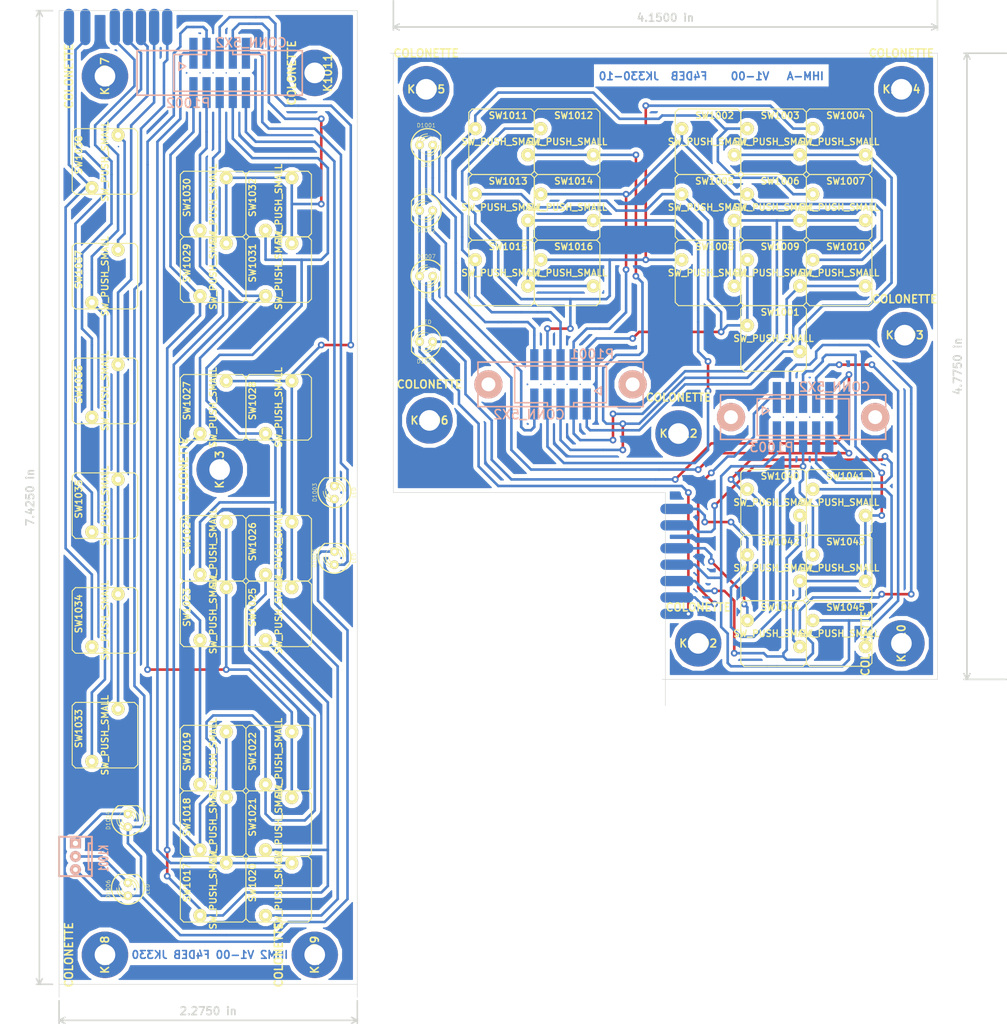
<source format=kicad_pcb>
(kicad_pcb (version 3) (host pcbnew "(2013-07-07 BZR 4022)-stable")
  (layers (15 Dessus.Cu signal) (0 Dessous.Cu signal))
  (net 0 "")
  (net 1 +5VD)
  (net 2 /AX1)
  (net 3 /AX2)
  (net 4 /AX3)
  (net 5 /AX4)
  (net 6 /AY1)
  (net 7 /AY2)
  (net 8 /AY3)
  (net 9 /AY4)
  (net 10 /BX1)
  (net 11 /BX2)
  (net 12 /BX3)
  (net 13 /BX4)
  (net 14 /BY1)
  (net 15 /BY2)
  (net 16 /BY3)
  (net 17 /BY4)
  (net 18 /CX1)
  (net 19 /CX2)
  (net 20 /CX3)
  (net 21 /CX4)
  (net 22 /CY1)
  (net 23 /CY2)
  (net 24 /CY3)
  (net 25 /CY4)
  (net 26 N-0000023)
  (net 27 N-0000024)
  (net 28 N-0000025)
  (net 29 N-0000026)
  (net 30 N-0000027)
  (net 31 N-0000028)
  (net 32 N-0000029)
  (net 33 N-000004)
  (module SW_PUSH (layer Dessus.Cu) (at 111.125 153.67 90)
    (fp_text reference SW1033)
    (fp_text value SW_PUSH_SMALL)
    (pad 1 thru_hole circle (at -5.08 -2.54 90) (size 2.54 2.54) (drill 1.143) (layers *.Cu *.Mask Dessus.SilkS) (net 18 /CX1))
    (pad 2 thru_hole circle (at 5.08 2.54 90) (size 2.54 2.54) (drill 1.143) (layers *.Cu *.Mask Dessus.SilkS) (net 22 /CY1))
  )
  (module SW_PUSH (layer Dessus.Cu) (at 144.78 183.515 90)
    (fp_text reference SW1020)
    (fp_text value SW_PUSH_SMALL)
    (pad 1 thru_hole circle (at -5.08 -2.54 90) (size 2.54 2.54) (drill 1.143) (layers *.Cu *.Mask Dessus.SilkS) (net 13 /BX4))
    (pad 2 thru_hole circle (at 5.08 2.54 90) (size 2.54 2.54) (drill 1.143) (layers *.Cu *.Mask Dessus.SilkS) (net 14 /BY1))
  )
  (module SW_PUSH (layer Dessus.Cu) (at 144.78 170.815 90)
    (fp_text reference SW1021)
    (fp_text value SW_PUSH_SMALL)
    (pad 1 thru_hole circle (at -5.08 -2.54 90) (size 2.54 2.54) (drill 1.143) (layers *.Cu *.Mask Dessus.SilkS) (net 10 /BX1))
    (pad 2 thru_hole circle (at 5.08 2.54 90) (size 2.54 2.54) (drill 1.143) (layers *.Cu *.Mask Dessus.SilkS) (net 15 /BY2))
  )
  (module SW_PUSH (layer Dessus.Cu) (at 144.78 158.115 90)
    (fp_text reference SW1022)
    (fp_text value SW_PUSH_SMALL)
    (pad 1 thru_hole circle (at -5.08 -2.54 90) (size 2.54 2.54) (drill 1.143) (layers *.Cu *.Mask Dessus.SilkS) (net 11 /BX2))
    (pad 2 thru_hole circle (at 5.08 2.54 90) (size 2.54 2.54) (drill 1.143) (layers *.Cu *.Mask Dessus.SilkS) (net 15 /BY2))
  )
  (module SW_PUSH (layer Dessus.Cu) (at 132.08 130.175 90)
    (fp_text reference SW1023)
    (fp_text value SW_PUSH_SMALL)
    (pad 1 thru_hole circle (at -5.08 -2.54 90) (size 2.54 2.54) (drill 1.143) (layers *.Cu *.Mask Dessus.SilkS) (net 12 /BX3))
    (pad 2 thru_hole circle (at 5.08 2.54 90) (size 2.54 2.54) (drill 1.143) (layers *.Cu *.Mask Dessus.SilkS) (net 15 /BY2))
  )
  (module SW_PUSH (layer Dessus.Cu) (at 132.08 117.475 90)
    (fp_text reference SW1024)
    (fp_text value SW_PUSH_SMALL)
    (pad 1 thru_hole circle (at -5.08 -2.54 90) (size 2.54 2.54) (drill 1.143) (layers *.Cu *.Mask Dessus.SilkS) (net 13 /BX4))
    (pad 2 thru_hole circle (at 5.08 2.54 90) (size 2.54 2.54) (drill 1.143) (layers *.Cu *.Mask Dessus.SilkS) (net 15 /BY2))
  )
  (module SW_PUSH (layer Dessus.Cu) (at 144.78 130.175 90)
    (fp_text reference SW1025)
    (fp_text value SW_PUSH_SMALL)
    (pad 1 thru_hole circle (at -5.08 -2.54 90) (size 2.54 2.54) (drill 1.143) (layers *.Cu *.Mask Dessus.SilkS) (net 10 /BX1))
    (pad 2 thru_hole circle (at 5.08 2.54 90) (size 2.54 2.54) (drill 1.143) (layers *.Cu *.Mask Dessus.SilkS) (net 16 /BY3))
  )
  (module SW_PUSH (layer Dessus.Cu) (at 144.78 117.475 90)
    (fp_text reference SW1026)
    (fp_text value SW_PUSH_SMALL)
    (pad 1 thru_hole circle (at -5.08 -2.54 90) (size 2.54 2.54) (drill 1.143) (layers *.Cu *.Mask Dessus.SilkS) (net 11 /BX2))
    (pad 2 thru_hole circle (at 5.08 2.54 90) (size 2.54 2.54) (drill 1.143) (layers *.Cu *.Mask Dessus.SilkS) (net 16 /BY3))
  )
  (module SW_PUSH (layer Dessus.Cu) (at 132.08 90.17 90)
    (fp_text reference SW1027)
    (fp_text value SW_PUSH_SMALL)
    (pad 1 thru_hole circle (at -5.08 -2.54 90) (size 2.54 2.54) (drill 1.143) (layers *.Cu *.Mask Dessus.SilkS) (net 12 /BX3))
    (pad 2 thru_hole circle (at 5.08 2.54 90) (size 2.54 2.54) (drill 1.143) (layers *.Cu *.Mask Dessus.SilkS) (net 16 /BY3))
  )
  (module SW_PUSH (layer Dessus.Cu) (at 144.78 90.17 90)
    (fp_text reference SW1028)
    (fp_text value SW_PUSH_SMALL)
    (pad 1 thru_hole circle (at -5.08 -2.54 90) (size 2.54 2.54) (drill 1.143) (layers *.Cu *.Mask Dessus.SilkS) (net 13 /BX4))
    (pad 2 thru_hole circle (at 5.08 2.54 90) (size 2.54 2.54) (drill 1.143) (layers *.Cu *.Mask Dessus.SilkS) (net 16 /BY3))
  )
  (module SW_PUSH (layer Dessus.Cu) (at 132.08 63.5 90)
    (fp_text reference SW1029)
    (fp_text value SW_PUSH_SMALL)
    (pad 1 thru_hole circle (at -5.08 -2.54 90) (size 2.54 2.54) (drill 1.143) (layers *.Cu *.Mask Dessus.SilkS) (net 10 /BX1))
    (pad 2 thru_hole circle (at 5.08 2.54 90) (size 2.54 2.54) (drill 1.143) (layers *.Cu *.Mask Dessus.SilkS) (net 17 /BY4))
  )
  (module SW_PUSH (layer Dessus.Cu) (at 132.08 50.8 90)
    (fp_text reference SW1030)
    (fp_text value SW_PUSH_SMALL)
    (pad 1 thru_hole circle (at -5.08 -2.54 90) (size 2.54 2.54) (drill 1.143) (layers *.Cu *.Mask Dessus.SilkS) (net 11 /BX2))
    (pad 2 thru_hole circle (at 5.08 2.54 90) (size 2.54 2.54) (drill 1.143) (layers *.Cu *.Mask Dessus.SilkS) (net 17 /BY4))
  )
  (module SW_PUSH (layer Dessus.Cu) (at 144.78 63.5 90)
    (fp_text reference SW1031)
    (fp_text value SW_PUSH_SMALL)
    (pad 1 thru_hole circle (at -5.08 -2.54 90) (size 2.54 2.54) (drill 1.143) (layers *.Cu *.Mask Dessus.SilkS) (net 12 /BX3))
    (pad 2 thru_hole circle (at 5.08 2.54 90) (size 2.54 2.54) (drill 1.143) (layers *.Cu *.Mask Dessus.SilkS) (net 17 /BY4))
  )
  (module SW_PUSH (layer Dessus.Cu) (at 144.78 50.8 90)
    (fp_text reference SW1032)
    (fp_text value SW_PUSH_SMALL)
    (pad 1 thru_hole circle (at -5.08 -2.54 90) (size 2.54 2.54) (drill 1.143) (layers *.Cu *.Mask Dessus.SilkS) (net 13 /BX4))
    (pad 2 thru_hole circle (at 5.08 2.54 90) (size 2.54 2.54) (drill 1.143) (layers *.Cu *.Mask Dessus.SilkS) (net 17 /BY4))
  )
  (module SW_PUSH (layer Dessus.Cu) (at 132.08 158.115 90)
    (fp_text reference SW1019)
    (fp_text value SW_PUSH_SMALL)
    (pad 1 thru_hole circle (at -5.08 -2.54 90) (size 2.54 2.54) (drill 1.143) (layers *.Cu *.Mask Dessus.SilkS) (net 12 /BX3))
    (pad 2 thru_hole circle (at 5.08 2.54 90) (size 2.54 2.54) (drill 1.143) (layers *.Cu *.Mask Dessus.SilkS) (net 14 /BY1))
  )
  (module SW_PUSH (layer Dessus.Cu) (at 111.125 131.445 90)
    (fp_text reference SW1034)
    (fp_text value SW_PUSH_SMALL)
    (pad 1 thru_hole circle (at -5.08 -2.54 90) (size 2.54 2.54) (drill 1.143) (layers *.Cu *.Mask Dessus.SilkS) (net 19 /CX2))
    (pad 2 thru_hole circle (at 5.08 2.54 90) (size 2.54 2.54) (drill 1.143) (layers *.Cu *.Mask Dessus.SilkS) (net 22 /CY1))
  )
  (module SW_PUSH (layer Dessus.Cu) (at 111.125 109.22 90)
    (fp_text reference SW1035)
    (fp_text value SW_PUSH_SMALL)
    (pad 1 thru_hole circle (at -5.08 -2.54 90) (size 2.54 2.54) (drill 1.143) (layers *.Cu *.Mask Dessus.SilkS) (net 20 /CX3))
    (pad 2 thru_hole circle (at 5.08 2.54 90) (size 2.54 2.54) (drill 1.143) (layers *.Cu *.Mask Dessus.SilkS) (net 22 /CY1))
  )
  (module SW_PUSH (layer Dessus.Cu) (at 111.125 86.995 90)
    (fp_text reference SW1036)
    (fp_text value SW_PUSH_SMALL)
    (pad 1 thru_hole circle (at -5.08 -2.54 90) (size 2.54 2.54) (drill 1.143) (layers *.Cu *.Mask Dessus.SilkS) (net 21 /CX4))
    (pad 2 thru_hole circle (at 5.08 2.54 90) (size 2.54 2.54) (drill 1.143) (layers *.Cu *.Mask Dessus.SilkS) (net 22 /CY1))
  )
  (module SW_PUSH (layer Dessus.Cu) (at 111.125 64.77 90)
    (fp_text reference SW1037)
    (fp_text value SW_PUSH_SMALL)
    (pad 1 thru_hole circle (at -5.08 -2.54 90) (size 2.54 2.54) (drill 1.143) (layers *.Cu *.Mask Dessus.SilkS) (net 18 /CX1))
    (pad 2 thru_hole circle (at 5.08 2.54 90) (size 2.54 2.54) (drill 1.143) (layers *.Cu *.Mask Dessus.SilkS) (net 23 /CY2))
  )
  (module SW_PUSH (layer Dessus.Cu) (at 111.125 42.545 90)
    (fp_text reference SW1038)
    (fp_text value SW_PUSH_SMALL)
    (pad 1 thru_hole circle (at -5.08 -2.54 90) (size 2.54 2.54) (drill 1.143) (layers *.Cu *.Mask Dessus.SilkS) (net 19 /CX2))
    (pad 2 thru_hole circle (at 5.08 2.54 90) (size 2.54 2.54) (drill 1.143) (layers *.Cu *.Mask Dessus.SilkS) (net 23 /CY2))
  )
  (module SW_PUSH (layer Dessus.Cu) (at 240.665 108.585)
    (fp_text reference SW1040)
    (fp_text value SW_PUSH_SMALL)
    (pad 1 thru_hole circle (at -5.08 -2.54) (size 2.54 2.54) (drill 1.143) (layers *.Cu *.Mask Dessus.SilkS) (net 21 /CX4))
    (pad 2 thru_hole circle (at 5.08 2.54) (size 2.54 2.54) (drill 1.143) (layers *.Cu *.Mask Dessus.SilkS) (net 23 /CY2))
  )
  (module SW_PUSH (layer Dessus.Cu) (at 253.365 108.585)
    (fp_text reference SW1041)
    (fp_text value SW_PUSH_SMALL)
    (pad 1 thru_hole circle (at -5.08 -2.54) (size 2.54 2.54) (drill 1.143) (layers *.Cu *.Mask Dessus.SilkS) (net 18 /CX1))
    (pad 2 thru_hole circle (at 5.08 2.54) (size 2.54 2.54) (drill 1.143) (layers *.Cu *.Mask Dessus.SilkS) (net 24 /CY3))
  )
  (module SW_PUSH (layer Dessus.Cu) (at 240.665 121.285)
    (fp_text reference SW1042)
    (fp_text value SW_PUSH_SMALL)
    (pad 1 thru_hole circle (at -5.08 -2.54) (size 2.54 2.54) (drill 1.143) (layers *.Cu *.Mask Dessus.SilkS) (net 19 /CX2))
    (pad 2 thru_hole circle (at 5.08 2.54) (size 2.54 2.54) (drill 1.143) (layers *.Cu *.Mask Dessus.SilkS) (net 24 /CY3))
  )
  (module SW_PUSH (layer Dessus.Cu) (at 253.365 121.285)
    (fp_text reference SW1043)
    (fp_text value SW_PUSH_SMALL)
    (pad 1 thru_hole circle (at -5.08 -2.54) (size 2.54 2.54) (drill 1.143) (layers *.Cu *.Mask Dessus.SilkS) (net 20 /CX3))
    (pad 2 thru_hole circle (at 5.08 2.54) (size 2.54 2.54) (drill 1.143) (layers *.Cu *.Mask Dessus.SilkS) (net 24 /CY3))
  )
  (module SW_PUSH (layer Dessus.Cu) (at 240.665 133.985)
    (fp_text reference SW1044)
    (fp_text value SW_PUSH_SMALL)
    (pad 1 thru_hole circle (at -5.08 -2.54) (size 2.54 2.54) (drill 1.143) (layers *.Cu *.Mask Dessus.SilkS) (net 21 /CX4))
    (pad 2 thru_hole circle (at 5.08 2.54) (size 2.54 2.54) (drill 1.143) (layers *.Cu *.Mask Dessus.SilkS) (net 24 /CY3))
  )
  (module SW_PUSH (layer Dessus.Cu) (at 253.365 133.985)
    (fp_text reference SW1045)
    (fp_text value SW_PUSH_SMALL)
    (pad 1 thru_hole circle (at -5.08 -2.54) (size 2.54 2.54) (drill 1.143) (layers *.Cu *.Mask Dessus.SilkS) (net 18 /CX1))
    (pad 2 thru_hole circle (at 5.08 2.54) (size 2.54 2.54) (drill 1.143) (layers *.Cu *.Mask Dessus.SilkS) (net 25 /CY4))
  )
  (module SW_PUSH (layer Dessus.Cu) (at 200.66 51.435)
    (fp_text reference SW1014)
    (fp_text value SW_PUSH_SMALL)
    (pad 1 thru_hole circle (at -5.08 -2.54) (size 2.54 2.54) (drill 1.143) (layers *.Cu *.Mask Dessus.SilkS) (net 3 /AX2))
    (pad 2 thru_hole circle (at 5.08 2.54) (size 2.54 2.54) (drill 1.143) (layers *.Cu *.Mask Dessus.SilkS) (net 9 /AY4))
  )
  (module SW_PUSH (layer Dessus.Cu) (at 240.665 38.735)
    (fp_text reference SW1003)
    (fp_text value SW_PUSH_SMALL)
    (pad 1 thru_hole circle (at -5.08 -2.54) (size 2.54 2.54) (drill 1.143) (layers *.Cu *.Mask Dessus.SilkS) (net 4 /AX3))
    (pad 2 thru_hole circle (at 5.08 2.54) (size 2.54 2.54) (drill 1.143) (layers *.Cu *.Mask Dessus.SilkS) (net 6 /AY1))
  )
  (module SW_PUSH (layer Dessus.Cu) (at 253.365 38.735)
    (fp_text reference SW1004)
    (fp_text value SW_PUSH_SMALL)
    (pad 1 thru_hole circle (at -5.08 -2.54) (size 2.54 2.54) (drill 1.143) (layers *.Cu *.Mask Dessus.SilkS) (net 5 /AX4))
    (pad 2 thru_hole circle (at 5.08 2.54) (size 2.54 2.54) (drill 1.143) (layers *.Cu *.Mask Dessus.SilkS) (net 6 /AY1))
  )
  (module SW_PUSH (layer Dessus.Cu) (at 227.965 51.435)
    (fp_text reference SW1005)
    (fp_text value SW_PUSH_SMALL)
    (pad 1 thru_hole circle (at -5.08 -2.54) (size 2.54 2.54) (drill 1.143) (layers *.Cu *.Mask Dessus.SilkS) (net 2 /AX1))
    (pad 2 thru_hole circle (at 5.08 2.54) (size 2.54 2.54) (drill 1.143) (layers *.Cu *.Mask Dessus.SilkS) (net 7 /AY2))
  )
  (module SW_PUSH (layer Dessus.Cu) (at 240.665 51.435)
    (fp_text reference SW1006)
    (fp_text value SW_PUSH_SMALL)
    (pad 1 thru_hole circle (at -5.08 -2.54) (size 2.54 2.54) (drill 1.143) (layers *.Cu *.Mask Dessus.SilkS) (net 3 /AX2))
    (pad 2 thru_hole circle (at 5.08 2.54) (size 2.54 2.54) (drill 1.143) (layers *.Cu *.Mask Dessus.SilkS) (net 7 /AY2))
  )
  (module SW_PUSH (layer Dessus.Cu) (at 253.365 51.435)
    (fp_text reference SW1007)
    (fp_text value SW_PUSH_SMALL)
    (pad 1 thru_hole circle (at -5.08 -2.54) (size 2.54 2.54) (drill 1.143) (layers *.Cu *.Mask Dessus.SilkS) (net 4 /AX3))
    (pad 2 thru_hole circle (at 5.08 2.54) (size 2.54 2.54) (drill 1.143) (layers *.Cu *.Mask Dessus.SilkS) (net 7 /AY2))
  )
  (module SW_PUSH (layer Dessus.Cu) (at 227.965 64.135)
    (fp_text reference SW1008)
    (fp_text value SW_PUSH_SMALL)
    (pad 1 thru_hole circle (at -5.08 -2.54) (size 2.54 2.54) (drill 1.143) (layers *.Cu *.Mask Dessus.SilkS) (net 5 /AX4))
    (pad 2 thru_hole circle (at 5.08 2.54) (size 2.54 2.54) (drill 1.143) (layers *.Cu *.Mask Dessus.SilkS) (net 7 /AY2))
  )
  (module SW_PUSH (layer Dessus.Cu) (at 240.665 64.135)
    (fp_text reference SW1009)
    (fp_text value SW_PUSH_SMALL)
    (pad 1 thru_hole circle (at -5.08 -2.54) (size 2.54 2.54) (drill 1.143) (layers *.Cu *.Mask Dessus.SilkS) (net 2 /AX1))
    (pad 2 thru_hole circle (at 5.08 2.54) (size 2.54 2.54) (drill 1.143) (layers *.Cu *.Mask Dessus.SilkS) (net 8 /AY3))
  )
  (module SW_PUSH (layer Dessus.Cu) (at 253.365 64.135)
    (fp_text reference SW1010)
    (fp_text value SW_PUSH_SMALL)
    (pad 1 thru_hole circle (at -5.08 -2.54) (size 2.54 2.54) (drill 1.143) (layers *.Cu *.Mask Dessus.SilkS) (net 3 /AX2))
    (pad 2 thru_hole circle (at 5.08 2.54) (size 2.54 2.54) (drill 1.143) (layers *.Cu *.Mask Dessus.SilkS) (net 8 /AY3))
  )
  (module SW_PUSH (layer Dessus.Cu) (at 187.96 38.735)
    (fp_text reference SW1011)
    (fp_text value SW_PUSH_SMALL)
    (pad 1 thru_hole circle (at -5.08 -2.54) (size 2.54 2.54) (drill 1.143) (layers *.Cu *.Mask Dessus.SilkS) (net 4 /AX3))
    (pad 2 thru_hole circle (at 5.08 2.54) (size 2.54 2.54) (drill 1.143) (layers *.Cu *.Mask Dessus.SilkS) (net 8 /AY3))
  )
  (module SW_PUSH (layer Dessus.Cu) (at 200.66 38.735)
    (fp_text reference SW1012)
    (fp_text value SW_PUSH_SMALL)
    (pad 1 thru_hole circle (at -5.08 -2.54) (size 2.54 2.54) (drill 1.143) (layers *.Cu *.Mask Dessus.SilkS) (net 5 /AX4))
    (pad 2 thru_hole circle (at 5.08 2.54) (size 2.54 2.54) (drill 1.143) (layers *.Cu *.Mask Dessus.SilkS) (net 8 /AY3))
  )
  (module SW_PUSH (layer Dessus.Cu) (at 187.96 51.435)
    (fp_text reference SW1013)
    (fp_text value SW_PUSH_SMALL)
    (pad 1 thru_hole circle (at -5.08 -2.54) (size 2.54 2.54) (drill 1.143) (layers *.Cu *.Mask Dessus.SilkS) (net 2 /AX1))
    (pad 2 thru_hole circle (at 5.08 2.54) (size 2.54 2.54) (drill 1.143) (layers *.Cu *.Mask Dessus.SilkS) (net 9 /AY4))
  )
  (module SW_PUSH (layer Dessus.Cu) (at 187.96 64.135)
    (fp_text reference SW1015)
    (fp_text value SW_PUSH_SMALL)
    (pad 1 thru_hole circle (at -5.08 -2.54) (size 2.54 2.54) (drill 1.143) (layers *.Cu *.Mask Dessus.SilkS) (net 4 /AX3))
    (pad 2 thru_hole circle (at 5.08 2.54) (size 2.54 2.54) (drill 1.143) (layers *.Cu *.Mask Dessus.SilkS) (net 9 /AY4))
  )
  (module SW_PUSH (layer Dessus.Cu) (at 200.66 64.135)
    (fp_text reference SW1016)
    (fp_text value SW_PUSH_SMALL)
    (pad 1 thru_hole circle (at -5.08 -2.54) (size 2.54 2.54) (drill 1.143) (layers *.Cu *.Mask Dessus.SilkS) (net 5 /AX4))
    (pad 2 thru_hole circle (at 5.08 2.54) (size 2.54 2.54) (drill 1.143) (layers *.Cu *.Mask Dessus.SilkS) (net 9 /AY4))
  )
  (module SW_PUSH (layer Dessus.Cu) (at 132.08 183.515 90)
    (fp_text reference SW1017)
    (fp_text value SW_PUSH_SMALL)
    (pad 1 thru_hole circle (at -5.08 -2.54 90) (size 2.54 2.54) (drill 1.143) (layers *.Cu *.Mask Dessus.SilkS) (net 10 /BX1))
    (pad 2 thru_hole circle (at 5.08 2.54 90) (size 2.54 2.54) (drill 1.143) (layers *.Cu *.Mask Dessus.SilkS) (net 14 /BY1))
  )
  (module SW_PUSH (layer Dessus.Cu) (at 132.08 170.815 90)
    (fp_text reference SW1018)
    (fp_text value SW_PUSH_SMALL)
    (pad 1 thru_hole circle (at -5.08 -2.54 90) (size 2.54 2.54) (drill 1.143) (layers *.Cu *.Mask Dessus.SilkS) (net 11 /BX2))
    (pad 2 thru_hole circle (at 5.08 2.54 90) (size 2.54 2.54) (drill 1.143) (layers *.Cu *.Mask Dessus.SilkS) (net 14 /BY1))
  )
  (module LED-5MM (layer Dessus.Cu) (at 173.355 64.77)
    (fp_text reference D1007)
    (fp_text value LED)
    (pad 1 thru_hole circle (at -1.27 0) (size 1.6764 1.6764) (drill 0.8128) (layers *.Cu *.Mask Dessus.SilkS) (net 1 +5VD))
    (pad 2 thru_hole circle (at 1.27 0) (size 1.6764 1.6764) (drill 0.8128) (layers *.Cu *.Mask Dessus.SilkS) (net 33 N-000004))
  )
  (module LED-5MM (layer Dessus.Cu) (at 173.355 77.47 180)
    (fp_text reference D1008)
    (fp_text value LED)
    (pad 1 thru_hole circle (at -1.27 0 180) (size 1.6764 1.6764) (drill 0.8128) (layers *.Cu *.Mask Dessus.SilkS) (net 32 N-0000029))
    (pad 2 thru_hole circle (at 1.27 0 180) (size 1.6764 1.6764) (drill 0.8128) (layers *.Cu *.Mask Dessus.SilkS) (net 1 +5VD))
  )
  (module LED-5MM (layer Dessus.Cu) (at 173.355 39.37)
    (fp_text reference D1001)
    (fp_text value LED)
    (pad 1 thru_hole circle (at -1.27 0) (size 1.6764 1.6764) (drill 0.8128) (layers *.Cu *.Mask Dessus.SilkS) (net 1 +5VD))
    (pad 2 thru_hole circle (at 1.27 0) (size 1.6764 1.6764) (drill 0.8128) (layers *.Cu *.Mask Dessus.SilkS) (net 29 N-0000026))
  )
  (module LED-5MM (layer Dessus.Cu) (at 173.355 52.07 180)
    (fp_text reference D1002)
    (fp_text value LED)
    (pad 1 thru_hole circle (at -1.27 0 180) (size 1.6764 1.6764) (drill 0.8128) (layers *.Cu *.Mask Dessus.SilkS) (net 30 N-0000027))
    (pad 2 thru_hole circle (at 1.27 0 180) (size 1.6764 1.6764) (drill 0.8128) (layers *.Cu *.Mask Dessus.SilkS) (net 1 +5VD))
  )
  (module LED-5MM (layer Dessus.Cu) (at 155.575 106.68 90)
    (fp_text reference D1003)
    (fp_text value LED)
    (pad 1 thru_hole circle (at -1.27 0 90) (size 1.6764 1.6764) (drill 0.8128) (layers *.Cu *.Mask Dessus.SilkS) (net 1 +5VD))
    (pad 2 thru_hole circle (at 1.27 0 90) (size 1.6764 1.6764) (drill 0.8128) (layers *.Cu *.Mask Dessus.SilkS) (net 31 N-0000028))
  )
  (module LED-5MM (layer Dessus.Cu) (at 155.575 119.38 90)
    (fp_text reference D1005)
    (fp_text value LED)
    (pad 1 thru_hole circle (at -1.27 0 90) (size 1.6764 1.6764) (drill 0.8128) (layers *.Cu *.Mask Dessus.SilkS) (net 28 N-0000025))
    (pad 2 thru_hole circle (at 1.27 0 90) (size 1.6764 1.6764) (drill 0.8128) (layers *.Cu *.Mask Dessus.SilkS) (net 1 +5VD))
  )
  (module LED-5MM (layer Dessus.Cu) (at 115.57 170.18 90)
    (fp_text reference D1004)
    (fp_text value LED)
    (pad 1 thru_hole circle (at -1.27 0 90) (size 1.6764 1.6764) (drill 0.8128) (layers *.Cu *.Mask Dessus.SilkS) (net 1 +5VD))
    (pad 2 thru_hole circle (at 1.27 0 90) (size 1.6764 1.6764) (drill 0.8128) (layers *.Cu *.Mask Dessus.SilkS) (net 26 N-0000023))
  )
  (module LED-5MM (layer Dessus.Cu) (at 115.57 183.515 90)
    (fp_text reference D1006)
    (fp_text value LED)
    (pad 1 thru_hole circle (at -1.27 0 90) (size 1.6764 1.6764) (drill 0.8128) (layers *.Cu *.Mask Dessus.SilkS) (net 1 +5VD))
    (pad 2 thru_hole circle (at 1.27 0 90) (size 1.6764 1.6764) (drill 0.8128) (layers *.Cu *.Mask Dessus.SilkS) (net 27 N-0000024))
  )
  (module KK-3 (layer Dessous.Cu) (at 105.41 179.705 90)
    (fp_text reference K1001)
    (fp_text value CONN_3 hide)
    (pad 1 thru_hole rect (at 5.08 0 90) (size 1.89992 2.10058) (drill 1.00076) (layers *.Cu *.Mask Dessous.SilkS) (net 26 N-0000023))
    (pad 2 thru_hole circle (at 2.54 0 90) (size 2.10058 2.10058) (drill 0.89916) (layers *.Cu *.Mask Dessous.SilkS) (net 27 N-0000024))
    (pad 3 thru_hole circle (at 0 0 90) (size 2.10058 2.10058) (drill 0.89916) (layers *.Cu *.Mask Dessous.SilkS) (net 1 +5VD))
  )
  (module SW_PUSH (layer Dessus.Cu) (at 240.665 76.835)
    (fp_text reference SW1001)
    (fp_text value SW_PUSH_SMALL)
    (pad 1 thru_hole circle (at -5.08 -2.54) (size 2.54 2.54) (drill 1.143) (layers *.Cu *.Mask Dessus.SilkS) (net 2 /AX1))
    (pad 2 thru_hole circle (at 5.08 2.54) (size 2.54 2.54) (drill 1.143) (layers *.Cu *.Mask Dessus.SilkS) (net 6 /AY1))
  )
  (module SW_PUSH (layer Dessus.Cu) (at 227.965 38.735)
    (fp_text reference SW1002)
    (fp_text value SW_PUSH_SMALL)
    (pad 1 thru_hole circle (at -5.08 -2.54) (size 2.54 2.54) (drill 1.143) (layers *.Cu *.Mask Dessus.SilkS) (net 3 /AX2))
    (pad 2 thru_hole circle (at 5.08 2.54) (size 2.54 2.54) (drill 1.143) (layers *.Cu *.Mask Dessus.SilkS) (net 6 /AY1))
  )
  (module COLONETTE (layer Dessus.Cu) (at 226.06 135.89)
    (fp_text reference K1002)
    (fp_text value COLONETTE)
    (pad 1 thru_hole circle (at 0 0) (size 8.99922 8.99922) (drill 4.0005) (layers *.Cu))
  )
  (module COLONETTE (layer Dessus.Cu) (at 266.065 76.2)
    (fp_text reference K1003)
    (fp_text value COLONETTE)
    (pad 1 thru_hole circle (at 0 0) (size 8.99922 8.99922) (drill 4.0005) (layers *.Cu))
  )
  (module COLONETTE (layer Dessus.Cu) (at 265.43 28.575)
    (fp_text reference K1004)
    (fp_text value COLONETTE)
    (pad 1 thru_hole circle (at 0 0) (size 8.99922 8.99922) (drill 4.0005) (layers *.Cu))
  )
  (module COLONETTE (layer Dessus.Cu) (at 173.355 28.575)
    (fp_text reference K1005)
    (fp_text value COLONETTE)
    (pad 1 thru_hole circle (at 0 0) (size 8.99922 8.99922) (drill 4.0005) (layers *.Cu))
  )
  (module COLONETTE (layer Dessus.Cu) (at 173.99 92.71)
    (fp_text reference K1006)
    (fp_text value COLONETTE)
    (pad 1 thru_hole circle (at 0 0) (size 8.99922 8.99922) (drill 4.0005) (layers *.Cu))
  )
  (module COLONETTE (layer Dessus.Cu) (at 111.125 26.035 90)
    (fp_text reference K1007)
    (fp_text value COLONETTE)
    (pad 1 thru_hole circle (at 0 0 90) (size 8.99922 8.99922) (drill 4.0005) (layers *.Cu))
  )
  (module COLONETTE (layer Dessus.Cu) (at 111.125 196.215 90)
    (fp_text reference K1008)
    (fp_text value COLONETTE)
    (pad 1 thru_hole circle (at 0 0 90) (size 8.99922 8.99922) (drill 4.0005) (layers *.Cu))
  )
  (module COLONETTE (layer Dessus.Cu) (at 151.765 196.215 90)
    (fp_text reference K1009)
    (fp_text value COLONETTE)
    (pad 1 thru_hole circle (at 0 0 90) (size 8.99922 8.99922) (drill 4.0005) (layers *.Cu))
  )
  (module COLONETTE (layer Dessus.Cu) (at 265.43 135.89 90)
    (fp_text reference K1010)
    (fp_text value COLONETTE)
    (pad 1 thru_hole circle (at 0 0 90) (size 8.99922 8.99922) (drill 4.0005) (layers *.Cu))
  )
  (module COLONETTE (layer Dessus.Cu) (at 154.305 25.4 90)
    (fp_text reference K1011)
    (fp_text value COLONETTE)
    (pad 1 thru_hole circle (at 0 -2.54 90) (size 8.99922 8.99922) (drill 4.0005) (layers *.Cu))
  )
  (module COLONETTE (layer Dessus.Cu) (at 222.25 95.25)
    (fp_text reference K1012)
    (fp_text value COLONETTE)
    (pad 1 thru_hole circle (at 0 0) (size 8.99922 8.99922) (drill 4.0005) (layers *.Cu))
  )
  (module COLONETTE (layer Dessus.Cu) (at 133.35 102.235 90)
    (fp_text reference K1013)
    (fp_text value COLONETTE)
    (pad 1 thru_hole circle (at 0 0 90) (size 8.99922 8.99922) (drill 4.0005) (layers *.Cu))
  )
  (module HE10-10D-CMS (layer Dessous.Cu) (at 199.39 85.725 180)
    (fp_text reference P1001)
    (fp_text value CONN_5X2)
    (pad "" thru_hole circle (at -13.97 0 180) (size 5.461 5.461) (drill 2.6924) (layers *.Cu *.Mask Dessous.SilkS))
    (pad "" thru_hole circle (at 13.97 0 180) (size 5.461 5.461) (drill 2.6924) (layers *.Cu *.Mask Dessous.SilkS))
    (pad 1 smd rect (at -5.08 -3.81 180) (size 1.6 6) (layers Dessous.Cu Dessous.Pate Dessous.Masque) (net 6 /AY1))
    (pad 2 smd rect (at -5.08 3.81 180) (size 1.6 6) (layers Dessous.Cu Dessous.Pate Dessous.Masque) (net 2 /AX1))
    (pad 3 smd rect (at -2.54 -3.81 180) (size 1.6 6) (layers Dessous.Cu Dessous.Pate Dessous.Masque) (net 7 /AY2))
    (pad 4 smd rect (at -2.54 3.81 180) (size 1.6 6) (layers Dessous.Cu Dessous.Pate Dessous.Masque) (net 3 /AX2))
    (pad 5 smd rect (at 0 -3.81 180) (size 1.6 6) (layers Dessous.Cu Dessous.Pate Dessous.Masque) (net 8 /AY3))
    (pad 6 smd rect (at 0 3.81 180) (size 1.6 6) (layers Dessous.Cu Dessous.Pate Dessous.Masque) (net 4 /AX3))
    (pad 7 smd rect (at 2.54 -3.81 180) (size 1.6 6) (layers Dessous.Cu Dessous.Pate Dessous.Masque) (net 9 /AY4))
    (pad 8 smd rect (at 2.54 3.81 180) (size 1.6 6) (layers Dessous.Cu Dessous.Pate Dessous.Masque) (net 5 /AX4))
    (pad 9 smd rect (at 5.08 -3.81 180) (size 1.6 6) (layers Dessous.Cu Dessous.Pate Dessous.Masque) (net 30 N-0000027))
    (pad 10 smd rect (at 5.08 3.81 180) (size 1.6 6) (layers Dessous.Cu Dessous.Pate Dessous.Masque) (net 29 N-0000026))
  )
  (module HE10-10D-CMS (layer Dessous.Cu) (at 133.35 25.4)
    (fp_text reference P1002)
    (fp_text value CONN_5X2)
    (pad 1 smd rect (at -5.08 -3.81) (size 1.6 6) (layers Dessous.Cu Dessous.Pate Dessous.Masque) (net 14 /BY1))
    (pad 2 smd rect (at -5.08 3.81) (size 1.6 6) (layers Dessous.Cu Dessous.Pate Dessous.Masque) (net 10 /BX1))
    (pad 3 smd rect (at -2.54 -3.81) (size 1.6 6) (layers Dessous.Cu Dessous.Pate Dessous.Masque) (net 15 /BY2))
    (pad 4 smd rect (at -2.54 3.81) (size 1.6 6) (layers Dessous.Cu Dessous.Pate Dessous.Masque) (net 11 /BX2))
    (pad 5 smd rect (at 0 -3.81) (size 1.6 6) (layers Dessous.Cu Dessous.Pate Dessous.Masque) (net 16 /BY3))
    (pad 6 smd rect (at 0 3.81) (size 1.6 6) (layers Dessous.Cu Dessous.Pate Dessous.Masque) (net 12 /BX3))
    (pad 7 smd rect (at 2.54 -3.81) (size 1.6 6) (layers Dessous.Cu Dessous.Pate Dessous.Masque) (net 17 /BY4))
    (pad 8 smd rect (at 2.54 3.81) (size 1.6 6) (layers Dessous.Cu Dessous.Pate Dessous.Masque) (net 13 /BX4))
    (pad 9 smd rect (at 5.08 -3.81) (size 1.6 6) (layers Dessous.Cu Dessous.Pate Dessous.Masque) (net 28 N-0000025))
    (pad 10 smd rect (at 5.08 3.81) (size 1.6 6) (layers Dessous.Cu Dessous.Pate Dessous.Masque) (net 31 N-0000028))
  )
  (module HE10-10D-CMS (layer Dessous.Cu) (at 246.38 92.075)
    (fp_text reference P1003)
    (fp_text value CONN_5X2)
    (pad "" thru_hole circle (at -13.97 0) (size 5.461 5.461) (drill 2.6924) (layers *.Cu *.Mask Dessous.SilkS))
    (pad "" thru_hole circle (at 13.97 0) (size 5.461 5.461) (drill 2.6924) (layers *.Cu *.Mask Dessous.SilkS))
    (pad 1 smd rect (at -5.08 -3.81) (size 1.6 6) (layers Dessous.Cu Dessous.Pate Dessous.Masque) (net 22 /CY1))
    (pad 2 smd rect (at -5.08 3.81) (size 1.6 6) (layers Dessous.Cu Dessous.Pate Dessous.Masque) (net 18 /CX1))
    (pad 3 smd rect (at -2.54 -3.81) (size 1.6 6) (layers Dessous.Cu Dessous.Pate Dessous.Masque) (net 23 /CY2))
    (pad 4 smd rect (at -2.54 3.81) (size 1.6 6) (layers Dessous.Cu Dessous.Pate Dessous.Masque) (net 19 /CX2))
    (pad 5 smd rect (at 0 -3.81) (size 1.6 6) (layers Dessous.Cu Dessous.Pate Dessous.Masque) (net 24 /CY3))
    (pad 6 smd rect (at 0 3.81) (size 1.6 6) (layers Dessous.Cu Dessous.Pate Dessous.Masque) (net 20 /CX3))
    (pad 7 smd rect (at 2.54 -3.81) (size 1.6 6) (layers Dessous.Cu Dessous.Pate Dessous.Masque) (net 25 /CY4))
    (pad 8 smd rect (at 2.54 3.81) (size 1.6 6) (layers Dessous.Cu Dessous.Pate Dessous.Masque) (net 21 /CX4))
    (pad 9 smd rect (at 5.08 -3.81) (size 1.6 6) (layers Dessous.Cu Dessous.Pate Dessous.Masque) (net 32 N-0000029))
    (pad 10 smd rect (at 5.08 3.81) (size 1.6 6) (layers Dessous.Cu Dessous.Pate Dessous.Masque) (net 33 N-000004))
  )
  (gr_text "IHM2 V1-00 F4DEB JK330\n" (at 131.445 196.215) (layer Dessous.Cu) (effects (font (size 1.5 1.5) (thickness 0.3)) (justify mirror)))
  (gr_text "IHM-A   V1-00    F4DEB  JK330-10" (at 228.6 26.035) (layer Dessous.Cu) (effects (font (size 1.5 1.5) (thickness 0.3)) (justify mirror)))
  (segment (start 123.19 19.05) (end 123.19 13.97) (width 2) (layer Dessous.Cu) (net 1))
  (segment (start 224.155 130.175) (end 219.71 130.175) (width 2) (layer Dessous.Cu) (net 1))
  (segment (start 118.11 171.45) (end 118.745 170.815) (width 0.5) (layer Dessous.Cu) (net 1))
  (segment (start 122.555 27.94) (end 122.555 23.495) (width 0.5) (layer Dessous.Cu) (net 1))
  (segment (start 123.19 22.86) (end 123.19 19.05) (width 0.5) (layer Dessous.Cu) (net 1))
  (segment (start 122.555 23.495) (end 123.19 22.86) (width 0.5) (layer Dessous.Cu) (net 1))
  (segment (start 115.57 171.45) (end 118.11 171.45) (width 0.5) (layer Dessous.Cu) (net 1))
  (segment (start 122.555 31.75) (end 122.555 27.94) (width 0.5) (layer Dessous.Cu) (net 1))
  (segment (start 118.11 36.195) (end 122.555 31.75) (width 0.5) (layer Dessous.Cu) (net 1))
  (segment (start 118.11 66.04) (end 118.11 36.195) (width 0.5) (layer Dessous.Cu) (net 1))
  (segment (start 116.84 67.31) (end 118.11 66.04) (width 0.5) (layer Dessous.Cu) (net 1))
  (segment (start 116.84 144.145) (end 116.84 67.31) (width 0.5) (layer Dessous.Cu) (net 1))
  (segment (start 118.745 146.05) (end 116.84 144.145) (width 0.5) (layer Dessous.Cu) (net 1))
  (segment (start 118.745 170.815) (end 118.745 146.05) (width 0.5) (layer Dessous.Cu) (net 1))
  (segment (start 224.155 130.175) (end 220.345 130.175) (width 0.5) (layer Dessous.Cu) (net 1))
  (segment (start 179.705 87.63) (end 179.705 89.535) (width 0.5) (layer Dessous.Cu) (net 1))
  (segment (start 172.085 79.375) (end 179.705 86.995) (width 0.5) (layer Dessous.Cu) (net 1))
  (segment (start 179.705 86.995) (end 179.705 87.63) (width 0.5) (layer Dessous.Cu) (net 1))
  (segment (start 172.085 77.47) (end 172.085 79.375) (width 0.5) (layer Dessous.Cu) (net 1))
  (segment (start 224.155 130.175) (end 221.615 130.175) (width 0.5) (layer Dessous.Cu) (net 1))
  (via (at 224.155 130.175) (size 1.3) (layers Dessus.Cu Dessous.Cu) (net 1))
  (segment (start 224.155 106.68) (end 224.155 130.175) (width 0.5) (layer Dessus.Cu) (net 1))
  (via (at 224.155 106.68) (size 1.3) (layers Dessus.Cu Dessous.Cu) (net 1))
  (segment (start 222.885 105.41) (end 224.155 106.68) (width 0.5) (layer Dessous.Cu) (net 1))
  (segment (start 187.325 105.41) (end 222.885 105.41) (width 0.5) (layer Dessous.Cu) (net 1))
  (segment (start 183.515 101.6) (end 187.325 105.41) (width 0.5) (layer Dessous.Cu) (net 1))
  (segment (start 183.515 93.345) (end 183.515 101.6) (width 0.5) (layer Dessous.Cu) (net 1))
  (segment (start 179.705 89.535) (end 183.515 93.345) (width 0.5) (layer Dessous.Cu) (net 1))
  (segment (start 123.19 19.05) (end 123.19 15.24) (width 0.5) (layer Dessous.Cu) (net 1))
  (segment (start 123.19 19.05) (end 123.19 15.24) (width 0.5) (layer Dessous.Cu) (net 1))
  (segment (start 134.62 192.405) (end 144.145 192.405) (width 0.5) (layer Dessous.Cu) (net 1))
  (segment (start 146.685 189.865) (end 153.67 189.865) (width 0.5) (layer Dessous.Cu) (net 1))
  (segment (start 144.145 192.405) (end 146.685 189.865) (width 0.5) (layer Dessous.Cu) (net 1))
  (segment (start 155.575 118.11) (end 153.035 118.11) (width 0.5) (layer Dessous.Cu) (net 1))
  (segment (start 153.035 118.11) (end 152.4 118.745) (width 0.5) (layer Dessous.Cu) (net 1))
  (segment (start 152.4 118.745) (end 152.4 127.635) (width 0.5) (layer Dessous.Cu) (net 1))
  (segment (start 158.115 185.42) (end 153.67 189.865) (width 0.5) (layer Dessous.Cu) (net 1))
  (segment (start 158.115 133.35) (end 158.115 185.42) (width 0.5) (layer Dessous.Cu) (net 1))
  (segment (start 152.4 127.635) (end 158.115 133.35) (width 0.5) (layer Dessous.Cu) (net 1))
  (segment (start 118.11 184.785) (end 125.73 192.405) (width 0.5) (layer Dessous.Cu) (net 1))
  (segment (start 152.4 118.745) (end 153.035 118.11) (width 0.5) (layer Dessous.Cu) (net 1))
  (segment (start 125.73 192.405) (end 134.62 192.405) (width 0.5) (layer Dessous.Cu) (net 1))
  (segment (start 155.575 107.95) (end 155.575 118.11) (width 0.5) (layer Dessous.Cu) (net 1))
  (segment (start 115.57 171.45) (end 115.57 174.625) (width 0.5) (layer Dessous.Cu) (net 1))
  (segment (start 118.11 184.785) (end 115.57 184.785) (width 0.5) (layer Dessous.Cu) (net 1))
  (segment (start 118.11 177.165) (end 118.11 184.785) (width 0.5) (layer Dessous.Cu) (net 1))
  (segment (start 115.57 174.625) (end 118.11 177.165) (width 0.5) (layer Dessous.Cu) (net 1))
  (segment (start 115.57 184.785) (end 110.49 184.785) (width 0.5) (layer Dessous.Cu) (net 1))
  (segment (start 110.49 184.785) (end 105.41 179.705) (width 0.5) (layer Dessous.Cu) (net 1))
  (segment (start 172.085 52.07) (end 172.085 39.37) (width 0.5) (layer Dessous.Cu) (net 1))
  (segment (start 172.085 64.77) (end 172.085 52.07) (width 0.5) (layer Dessous.Cu) (net 1))
  (segment (start 172.085 77.47) (end 172.085 64.77) (width 0.5) (layer Dessous.Cu) (net 1))
  (segment (start 204.47 81.915) (end 204.47 78.74) (width 0.5) (layer Dessous.Cu) (net 2))
  (segment (start 204.47 78.74) (end 206.375 76.835) (width 0.5) (layer Dessous.Cu) (net 2))
  (segment (start 214.63 75.565) (end 230.505 75.565) (width 0.5) (layer Dessus.Cu) (net 2))
  (segment (start 213.36 76.835) (end 214.63 75.565) (width 0.5) (layer Dessus.Cu) (net 2))
  (via (at 213.36 76.835) (size 1.3) (layers Dessus.Cu Dessous.Cu) (net 2))
  (segment (start 206.375 76.835) (end 213.36 76.835) (width 0.5) (layer Dessous.Cu) (net 2))
  (segment (start 204.47 78.74) (end 206.375 76.835) (width 0.5) (layer Dessous.Cu) (net 2))
  (segment (start 222.885 48.895) (end 219.075 48.895) (width 0.5) (layer Dessous.Cu) (net 2))
  (segment (start 191.77 48.895) (end 182.88 48.895) (width 0.5) (layer Dessous.Cu) (net 2))
  (segment (start 194.31 51.435) (end 191.77 48.895) (width 0.5) (layer Dessous.Cu) (net 2))
  (segment (start 199.39 51.435) (end 194.31 51.435) (width 0.5) (layer Dessous.Cu) (net 2))
  (segment (start 200.66 50.165) (end 199.39 51.435) (width 0.5) (layer Dessous.Cu) (net 2))
  (segment (start 208.28 50.165) (end 200.66 50.165) (width 0.5) (layer Dessous.Cu) (net 2))
  (segment (start 210.185 52.07) (end 208.28 50.165) (width 0.5) (layer Dessous.Cu) (net 2))
  (segment (start 215.9 52.07) (end 210.185 52.07) (width 0.5) (layer Dessous.Cu) (net 2))
  (segment (start 219.075 48.895) (end 215.9 52.07) (width 0.5) (layer Dessous.Cu) (net 2))
  (segment (start 230.505 75.565) (end 230.505 71.755) (width 0.5) (layer Dessous.Cu) (net 2))
  (segment (start 227.965 53.975) (end 222.885 48.895) (width 0.5) (layer Dessous.Cu) (net 2))
  (segment (start 227.965 69.215) (end 227.965 53.975) (width 0.5) (layer Dessous.Cu) (net 2))
  (segment (start 230.505 71.755) (end 227.965 69.215) (width 0.5) (layer Dessous.Cu) (net 2))
  (segment (start 235.585 61.595) (end 235.585 74.295) (width 0.5) (layer Dessous.Cu) (net 2))
  (segment (start 231.775 74.295) (end 235.585 74.295) (width 0.5) (layer Dessous.Cu) (net 2))
  (segment (start 230.505 75.565) (end 231.775 74.295) (width 0.5) (layer Dessous.Cu) (net 2))
  (via (at 230.505 75.565) (size 1.3) (layers Dessus.Cu Dessous.Cu) (net 2))
  (segment (start 201.93 81.915) (end 201.93 77.47) (width 0.5) (layer Dessous.Cu) (net 3))
  (segment (start 201.93 77.47) (end 204.47 74.93) (width 0.5) (layer Dessous.Cu) (net 3))
  (segment (start 207.01 74.93) (end 208.915 74.93) (width 0.5) (layer Dessous.Cu) (net 3))
  (segment (start 208.915 74.93) (end 212.09 71.755) (width 0.5) (layer Dessous.Cu) (net 3))
  (segment (start 212.09 71.755) (end 212.09 63.5) (width 0.5) (layer Dessous.Cu) (net 3))
  (via (at 212.09 63.5) (size 1.3) (layers Dessus.Cu Dessous.Cu) (net 3))
  (segment (start 212.09 63.5) (end 212.09 48.895) (width 0.5) (layer Dessus.Cu) (net 3))
  (segment (start 208.915 74.93) (end 212.09 71.755) (width 0.5) (layer Dessous.Cu) (net 3))
  (segment (start 204.47 74.93) (end 207.01 74.93) (width 0.5) (layer Dessous.Cu) (net 3))
  (segment (start 201.93 77.47) (end 204.47 74.93) (width 0.5) (layer Dessous.Cu) (net 3))
  (via (at 212.09 48.895) (size 1.3) (layers Dessus.Cu Dessous.Cu) (net 3))
  (segment (start 212.09 48.895) (end 212.725 48.895) (width 0.5) (layer Dessous.Cu) (net 3))
  (segment (start 212.725 48.895) (end 222.885 38.735) (width 0.5) (layer Dessous.Cu) (net 3))
  (segment (start 233.045 48.895) (end 222.885 38.735) (width 0.5) (layer Dessous.Cu) (net 3))
  (segment (start 235.585 48.895) (end 233.045 48.895) (width 0.5) (layer Dessous.Cu) (net 3))
  (segment (start 212.09 48.895) (end 195.58 48.895) (width 0.5) (layer Dessous.Cu) (net 3))
  (segment (start 248.285 61.595) (end 257.81 61.595) (width 0.5) (layer Dessous.Cu) (net 3))
  (segment (start 237.49 50.8) (end 235.585 48.895) (width 0.5) (layer Dessous.Cu) (net 3))
  (segment (start 260.35 50.8) (end 237.49 50.8) (width 0.5) (layer Dessous.Cu) (net 3))
  (segment (start 261.62 52.07) (end 260.35 50.8) (width 0.5) (layer Dessous.Cu) (net 3))
  (segment (start 261.62 57.785) (end 261.62 52.07) (width 0.5) (layer Dessous.Cu) (net 3))
  (segment (start 257.81 61.595) (end 261.62 57.785) (width 0.5) (layer Dessous.Cu) (net 3))
  (segment (start 222.885 38.735) (end 222.885 36.195) (width 0.5) (layer Dessous.Cu) (net 3))
  (segment (start 199.39 81.915) (end 199.39 74.93) (width 0.5) (layer Dessous.Cu) (net 4))
  (segment (start 199.39 74.93) (end 199.39 73.66) (width 0.5) (layer Dessous.Cu) (net 4))
  (segment (start 197.485 71.755) (end 194.945 71.755) (width 0.5) (layer Dessous.Cu) (net 4))
  (segment (start 199.39 73.66) (end 197.485 71.755) (width 0.5) (layer Dessous.Cu) (net 4))
  (segment (start 191.77 71.755) (end 194.945 71.755) (width 0.5) (layer Dessous.Cu) (net 4))
  (segment (start 180.34 57.15) (end 180.34 52.705) (width 0.5) (layer Dessous.Cu) (net 4))
  (segment (start 177.165 49.53) (end 177.165 44.45) (width 0.5) (layer Dessous.Cu) (net 4))
  (segment (start 180.34 52.705) (end 177.165 49.53) (width 0.5) (layer Dessous.Cu) (net 4))
  (segment (start 177.165 41.91) (end 182.88 36.195) (width 0.5) (layer Dessous.Cu) (net 4))
  (segment (start 177.165 44.45) (end 177.165 41.91) (width 0.5) (layer Dessous.Cu) (net 4))
  (segment (start 182.88 68.58) (end 182.88 61.595) (width 0.5) (layer Dessous.Cu) (net 4))
  (segment (start 186.055 71.755) (end 182.88 68.58) (width 0.5) (layer Dessous.Cu) (net 4))
  (segment (start 191.77 71.755) (end 186.055 71.755) (width 0.5) (layer Dessous.Cu) (net 4))
  (segment (start 182.245 61.595) (end 182.88 61.595) (width 0.5) (layer Dessous.Cu) (net 4))
  (segment (start 180.34 59.69) (end 182.245 61.595) (width 0.5) (layer Dessous.Cu) (net 4))
  (segment (start 180.34 57.15) (end 180.34 59.69) (width 0.5) (layer Dessous.Cu) (net 4))
  (segment (start 235.585 36.195) (end 231.14 36.195) (width 0.5) (layer Dessous.Cu) (net 4))
  (segment (start 231.14 36.195) (end 228.6 33.655) (width 0.5) (layer Dessous.Cu) (net 4))
  (segment (start 228.6 33.655) (end 219.075 33.655) (width 0.5) (layer Dessous.Cu) (net 4))
  (segment (start 219.075 33.655) (end 218.44 34.29) (width 0.5) (layer Dessous.Cu) (net 4))
  (segment (start 218.44 34.29) (end 210.82 34.29) (width 0.5) (layer Dessous.Cu) (net 4))
  (segment (start 210.82 34.29) (end 205.74 29.21) (width 0.5) (layer Dessous.Cu) (net 4))
  (segment (start 205.74 29.21) (end 187.325 29.21) (width 0.5) (layer Dessous.Cu) (net 4))
  (segment (start 187.325 29.21) (end 182.88 33.655) (width 0.5) (layer Dessous.Cu) (net 4))
  (segment (start 182.88 33.655) (end 182.88 36.195) (width 0.5) (layer Dessous.Cu) (net 4))
  (segment (start 240.665 45.72) (end 233.045 45.72) (width 0.5) (layer Dessous.Cu) (net 4))
  (segment (start 229.87 42.545) (end 229.87 38.735) (width 0.5) (layer Dessous.Cu) (net 4))
  (segment (start 233.045 45.72) (end 229.87 42.545) (width 0.5) (layer Dessous.Cu) (net 4))
  (segment (start 248.285 48.895) (end 244.475 48.895) (width 0.5) (layer Dessous.Cu) (net 4))
  (segment (start 231.775 36.195) (end 235.585 36.195) (width 0.5) (layer Dessous.Cu) (net 4))
  (segment (start 229.87 38.1) (end 231.775 36.195) (width 0.5) (layer Dessous.Cu) (net 4))
  (segment (start 229.87 38.735) (end 229.87 38.1) (width 0.5) (layer Dessous.Cu) (net 4))
  (segment (start 241.3 45.72) (end 240.665 45.72) (width 0.5) (layer Dessous.Cu) (net 4))
  (segment (start 244.475 48.895) (end 241.3 45.72) (width 0.5) (layer Dessous.Cu) (net 4))
  (segment (start 196.85 81.915) (end 196.85 74.93) (width 0.5) (layer Dessous.Cu) (net 5))
  (segment (start 201.295 74.93) (end 201.295 69.215) (width 0.5) (layer Dessous.Cu) (net 5))
  (via (at 196.85 74.93) (size 1.3) (layers Dessus.Cu Dessous.Cu) (net 5))
  (via (at 201.295 74.93) (size 1.3) (layers Dessus.Cu Dessous.Cu) (net 5))
  (segment (start 196.85 74.93) (end 201.295 74.93) (width 0.5) (layer Dessus.Cu) (net 5))
  (segment (start 193.04 69.215) (end 201.295 69.215) (width 0.5) (layer Dessous.Cu) (net 5))
  (segment (start 201.295 69.215) (end 208.28 69.215) (width 0.5) (layer Dessous.Cu) (net 5))
  (segment (start 208.28 69.215) (end 208.915 68.58) (width 0.5) (layer Dessous.Cu) (net 5))
  (segment (start 182.88 54.61) (end 182.88 52.705) (width 0.5) (layer Dessous.Cu) (net 5))
  (segment (start 182.88 52.705) (end 180.34 50.165) (width 0.5) (layer Dessous.Cu) (net 5))
  (segment (start 180.34 50.165) (end 180.34 44.45) (width 0.5) (layer Dessous.Cu) (net 5))
  (segment (start 180.34 44.45) (end 188.595 36.195) (width 0.5) (layer Dessous.Cu) (net 5))
  (segment (start 188.595 36.195) (end 195.58 36.195) (width 0.5) (layer Dessous.Cu) (net 5))
  (segment (start 187.325 59.055) (end 182.88 54.61) (width 0.5) (layer Dessous.Cu) (net 5))
  (segment (start 187.325 64.77) (end 187.325 59.055) (width 0.5) (layer Dessous.Cu) (net 5))
  (segment (start 191.77 69.215) (end 187.325 64.77) (width 0.5) (layer Dessous.Cu) (net 5))
  (segment (start 193.04 69.215) (end 191.77 69.215) (width 0.5) (layer Dessous.Cu) (net 5))
  (segment (start 208.915 61.595) (end 208.915 68.58) (width 0.5) (layer Dessous.Cu) (net 5))
  (segment (start 248.285 36.195) (end 244.475 36.195) (width 0.5) (layer Dessous.Cu) (net 5))
  (segment (start 244.475 36.195) (end 240.03 31.75) (width 0.5) (layer Dessous.Cu) (net 5))
  (segment (start 240.03 31.75) (end 215.9 31.75) (width 0.5) (layer Dessous.Cu) (net 5))
  (via (at 215.9 31.75) (size 1.3) (layers Dessus.Cu Dessous.Cu) (net 5))
  (segment (start 215.9 31.75) (end 215.9 61.595) (width 0.5) (layer Dessus.Cu) (net 5))
  (via (at 215.9 61.595) (size 1.3) (layers Dessus.Cu Dessous.Cu) (net 5))
  (segment (start 195.58 61.595) (end 208.915 61.595) (width 0.5) (layer Dessous.Cu) (net 5))
  (segment (start 208.915 61.595) (end 215.9 61.595) (width 0.5) (layer Dessous.Cu) (net 5))
  (segment (start 215.9 61.595) (end 222.885 61.595) (width 0.5) (layer Dessous.Cu) (net 5))
  (segment (start 204.47 89.535) (end 204.47 93.98) (width 0.5) (layer Dessous.Cu) (net 6))
  (segment (start 204.47 93.98) (end 205.105 94.615) (width 0.5) (layer Dessous.Cu) (net 6))
  (segment (start 211.455 94.615) (end 214.63 94.615) (width 0.5) (layer Dessous.Cu) (net 6))
  (segment (start 214.63 94.615) (end 223.52 85.725) (width 0.5) (layer Dessous.Cu) (net 6))
  (segment (start 223.52 85.725) (end 231.775 85.725) (width 0.5) (layer Dessous.Cu) (net 6))
  (segment (start 204.47 93.98) (end 205.105 94.615) (width 0.5) (layer Dessous.Cu) (net 6))
  (segment (start 205.105 94.615) (end 211.455 94.615) (width 0.5) (layer Dessous.Cu) (net 6))
  (segment (start 242.57 79.375) (end 245.745 79.375) (width 0.5) (layer Dessous.Cu) (net 6))
  (segment (start 236.22 85.725) (end 242.57 79.375) (width 0.5) (layer Dessous.Cu) (net 6))
  (segment (start 231.775 85.725) (end 236.22 85.725) (width 0.5) (layer Dessous.Cu) (net 6))
  (segment (start 245.745 79.375) (end 245.745 74.93) (width 0.5) (layer Dessous.Cu) (net 6))
  (segment (start 263.525 45.72) (end 263.525 64.135) (width 0.5) (layer Dessous.Cu) (net 6))
  (segment (start 259.08 41.275) (end 263.525 45.72) (width 0.5) (layer Dessous.Cu) (net 6))
  (segment (start 258.445 41.275) (end 259.08 41.275) (width 0.5) (layer Dessous.Cu) (net 6))
  (segment (start 259.08 70.485) (end 263.525 66.04) (width 0.5) (layer Dessous.Cu) (net 6))
  (segment (start 263.525 66.04) (end 263.525 64.135) (width 0.5) (layer Dessous.Cu) (net 6))
  (segment (start 245.745 74.93) (end 250.19 70.485) (width 0.5) (layer Dessous.Cu) (net 6))
  (segment (start 250.19 70.485) (end 259.08 70.485) (width 0.5) (layer Dessous.Cu) (net 6))
  (segment (start 245.745 41.275) (end 258.445 41.275) (width 0.5) (layer Dessous.Cu) (net 6))
  (segment (start 233.045 41.275) (end 245.745 41.275) (width 0.5) (layer Dessous.Cu) (net 6))
  (segment (start 201.93 89.535) (end 201.93 95.25) (width 0.5) (layer Dessous.Cu) (net 7))
  (segment (start 201.93 95.25) (end 203.2 96.52) (width 0.5) (layer Dessous.Cu) (net 7))
  (segment (start 209.55 91.44) (end 215.265 91.44) (width 0.5) (layer Dessous.Cu) (net 7))
  (segment (start 215.265 91.44) (end 216.535 90.17) (width 0.5) (layer Dessous.Cu) (net 7))
  (segment (start 234.95 83.185) (end 238.125 80.01) (width 0.5) (layer Dessous.Cu) (net 7))
  (segment (start 223.52 83.185) (end 234.95 83.185) (width 0.5) (layer Dessous.Cu) (net 7))
  (segment (start 215.265 91.44) (end 216.535 90.17) (width 0.5) (layer Dessous.Cu) (net 7))
  (segment (start 216.535 90.17) (end 223.52 83.185) (width 0.5) (layer Dessous.Cu) (net 7))
  (via (at 209.55 96.52) (size 1.3) (layers Dessus.Cu Dessous.Cu) (net 7))
  (via (at 209.55 91.44) (size 1.3) (layers Dessus.Cu Dessous.Cu) (net 7))
  (segment (start 209.55 91.44) (end 209.55 96.52) (width 0.5) (layer Dessus.Cu) (net 7))
  (segment (start 201.93 95.25) (end 203.2 96.52) (width 0.5) (layer Dessous.Cu) (net 7))
  (segment (start 203.2 96.52) (end 209.55 96.52) (width 0.5) (layer Dessous.Cu) (net 7))
  (segment (start 241.3 59.055) (end 241.3 53.975) (width 0.5) (layer Dessous.Cu) (net 7))
  (segment (start 241.3 76.835) (end 241.3 59.055) (width 0.5) (layer Dessous.Cu) (net 7))
  (segment (start 238.125 80.01) (end 241.3 76.835) (width 0.5) (layer Dessous.Cu) (net 7))
  (segment (start 245.745 53.975) (end 258.445 53.975) (width 0.5) (layer Dessous.Cu) (net 7))
  (segment (start 233.045 53.975) (end 241.3 53.975) (width 0.5) (layer Dessous.Cu) (net 7))
  (segment (start 241.3 53.975) (end 245.745 53.975) (width 0.5) (layer Dessous.Cu) (net 7))
  (segment (start 233.045 66.675) (end 233.045 53.975) (width 0.5) (layer Dessous.Cu) (net 7))
  (segment (start 199.39 89.535) (end 199.39 96.52) (width 0.5) (layer Dessous.Cu) (net 8))
  (segment (start 215.265 76.835) (end 215.265 66.04) (width 0.5) (layer Dessous.Cu) (net 8))
  (segment (start 215.265 79.375) (end 215.265 76.835) (width 0.5) (layer Dessous.Cu) (net 8))
  (segment (start 214.63 80.01) (end 215.265 79.375) (width 0.5) (layer Dessous.Cu) (net 8))
  (segment (start 210.185 80.01) (end 214.63 80.01) (width 0.5) (layer Dessous.Cu) (net 8))
  (segment (start 207.645 82.55) (end 210.185 80.01) (width 0.5) (layer Dessous.Cu) (net 8))
  (segment (start 207.645 92.71) (end 207.645 82.55) (width 0.5) (layer Dessous.Cu) (net 8))
  (segment (start 208.28 93.345) (end 207.645 92.71) (width 0.5) (layer Dessous.Cu) (net 8))
  (via (at 213.995 41.275) (size 1.3) (layers Dessus.Cu Dessous.Cu) (net 8))
  (segment (start 205.74 41.275) (end 213.995 41.275) (width 0.5) (layer Dessous.Cu) (net 8))
  (segment (start 213.995 41.275) (end 213.995 64.77) (width 0.5) (layer Dessus.Cu) (net 8))
  (segment (start 211.455 93.345) (end 208.28 93.345) (width 0.5) (layer Dessous.Cu) (net 8))
  (segment (start 215.265 66.04) (end 213.995 64.77) (width 0.5) (layer Dessous.Cu) (net 8))
  (via (at 213.995 64.77) (size 1.3) (layers Dessus.Cu Dessous.Cu) (net 8))
  (segment (start 213.36 93.345) (end 214.63 93.345) (width 0.5) (layer Dessous.Cu) (net 8))
  (segment (start 235.585 84.455) (end 239.395 80.645) (width 0.5) (layer Dessous.Cu) (net 8))
  (segment (start 223.52 84.455) (end 235.585 84.455) (width 0.5) (layer Dessous.Cu) (net 8))
  (segment (start 214.63 93.345) (end 223.52 84.455) (width 0.5) (layer Dessous.Cu) (net 8))
  (segment (start 213.36 93.345) (end 211.455 93.345) (width 0.5) (layer Dessous.Cu) (net 8))
  (segment (start 207.645 98.425) (end 211.455 98.425) (width 0.5) (layer Dessous.Cu) (net 8))
  (via (at 211.455 93.345) (size 1.3) (layers Dessus.Cu Dessous.Cu) (net 8))
  (segment (start 211.455 98.425) (end 211.455 93.345) (width 0.5) (layer Dessus.Cu) (net 8))
  (via (at 211.455 98.425) (size 1.3) (layers Dessus.Cu Dessous.Cu) (net 8))
  (segment (start 199.39 96.52) (end 201.295 98.425) (width 0.5) (layer Dessous.Cu) (net 8))
  (segment (start 201.295 98.425) (end 207.645 98.425) (width 0.5) (layer Dessous.Cu) (net 8))
  (segment (start 243.205 69.215) (end 245.745 66.675) (width 0.5) (layer Dessous.Cu) (net 8))
  (segment (start 239.395 80.645) (end 243.205 76.835) (width 0.5) (layer Dessous.Cu) (net 8))
  (segment (start 243.205 76.835) (end 243.205 69.215) (width 0.5) (layer Dessous.Cu) (net 8))
  (segment (start 205.74 41.275) (end 193.04 41.275) (width 0.5) (layer Dessous.Cu) (net 8))
  (segment (start 258.445 66.675) (end 245.745 66.675) (width 0.5) (layer Dessous.Cu) (net 8))
  (segment (start 196.85 89.535) (end 196.85 96.52) (width 0.5) (layer Dessous.Cu) (net 9))
  (segment (start 196.85 96.52) (end 196.85 97.79) (width 0.5) (layer Dessous.Cu) (net 9))
  (segment (start 226.06 79.375) (end 226.06 73.66) (width 0.5) (layer Dessous.Cu) (net 9))
  (segment (start 227.965 81.28) (end 226.06 79.375) (width 0.5) (layer Dessous.Cu) (net 9))
  (via (at 227.965 81.28) (size 1.3) (layers Dessus.Cu Dessous.Cu) (net 9))
  (segment (start 227.965 86.995) (end 227.965 81.28) (width 0.5) (layer Dessus.Cu) (net 9))
  (via (at 227.965 86.995) (size 1.3) (layers Dessus.Cu Dessous.Cu) (net 9))
  (segment (start 227.965 98.425) (end 227.965 86.995) (width 0.5) (layer Dessous.Cu) (net 9))
  (segment (start 225.425 100.965) (end 227.965 98.425) (width 0.5) (layer Dessous.Cu) (net 9))
  (segment (start 200.025 100.965) (end 225.425 100.965) (width 0.5) (layer Dessous.Cu) (net 9))
  (segment (start 196.85 97.79) (end 200.025 100.965) (width 0.5) (layer Dessous.Cu) (net 9))
  (segment (start 205.74 53.975) (end 221.615 53.975) (width 0.5) (layer Dessous.Cu) (net 9))
  (segment (start 226.06 58.42) (end 226.06 73.66) (width 0.5) (layer Dessous.Cu) (net 9))
  (segment (start 221.615 53.975) (end 226.06 58.42) (width 0.5) (layer Dessous.Cu) (net 9))
  (segment (start 193.04 66.675) (end 205.74 66.675) (width 0.5) (layer Dessous.Cu) (net 9))
  (segment (start 193.04 53.975) (end 193.04 66.675) (width 0.5) (layer Dessous.Cu) (net 9))
  (segment (start 205.74 53.975) (end 193.04 53.975) (width 0.5) (layer Dessous.Cu) (net 9))
  (segment (start 128.27 29.21) (end 128.27 36.83) (width 0.5) (layer Dessous.Cu) (net 10))
  (segment (start 142.24 175.895) (end 154.305 175.895) (width 0.5) (layer Dessous.Cu) (net 10))
  (segment (start 129.54 188.595) (end 133.985 188.595) (width 0.5) (layer Dessous.Cu) (net 10))
  (segment (start 133.985 188.595) (end 138.43 184.15) (width 0.5) (layer Dessous.Cu) (net 10))
  (segment (start 138.43 184.15) (end 153.035 184.15) (width 0.5) (layer Dessous.Cu) (net 10))
  (segment (start 153.035 184.15) (end 154.305 182.88) (width 0.5) (layer Dessous.Cu) (net 10))
  (segment (start 154.305 182.88) (end 154.305 175.895) (width 0.5) (layer Dessous.Cu) (net 10))
  (segment (start 154.305 147.32) (end 142.24 135.255) (width 0.5) (layer Dessous.Cu) (net 10))
  (segment (start 154.305 175.895) (end 154.305 147.32) (width 0.5) (layer Dessous.Cu) (net 10))
  (segment (start 129.54 68.58) (end 129.54 72.39) (width 0.5) (layer Dessous.Cu) (net 10))
  (segment (start 129.54 187.325) (end 129.54 188.595) (width 0.5) (layer Dessous.Cu) (net 10))
  (segment (start 123.19 180.975) (end 129.54 187.325) (width 0.5) (layer Dessous.Cu) (net 10))
  (via (at 123.19 180.975) (size 1.3) (layers Dessus.Cu Dessous.Cu) (net 10))
  (segment (start 123.19 175.895) (end 123.19 180.975) (width 0.5) (layer Dessus.Cu) (net 10))
  (via (at 123.19 175.895) (size 1.3) (layers Dessus.Cu Dessous.Cu) (net 10))
  (segment (start 123.19 78.74) (end 123.19 175.895) (width 0.5) (layer Dessous.Cu) (net 10))
  (segment (start 129.54 72.39) (end 123.19 78.74) (width 0.5) (layer Dessous.Cu) (net 10))
  (segment (start 123.825 62.865) (end 129.54 68.58) (width 0.5) (layer Dessous.Cu) (net 10))
  (segment (start 123.825 41.275) (end 123.825 62.865) (width 0.5) (layer Dessous.Cu) (net 10))
  (segment (start 128.27 36.83) (end 123.825 41.275) (width 0.5) (layer Dessous.Cu) (net 10))
  (segment (start 130.81 29.21) (end 130.81 36.83) (width 0.5) (layer Dessous.Cu) (net 11))
  (segment (start 142.24 163.195) (end 142.24 168.91) (width 0.5) (layer Dessous.Cu) (net 11))
  (segment (start 151.765 149.86) (end 139.7 137.795) (width 0.5) (layer Dessous.Cu) (net 11))
  (segment (start 151.765 168.275) (end 151.765 149.86) (width 0.5) (layer Dessous.Cu) (net 11))
  (segment (start 149.86 170.18) (end 151.765 168.275) (width 0.5) (layer Dessous.Cu) (net 11))
  (segment (start 143.51 170.18) (end 149.86 170.18) (width 0.5) (layer Dessous.Cu) (net 11))
  (segment (start 142.24 168.91) (end 143.51 170.18) (width 0.5) (layer Dessous.Cu) (net 11))
  (segment (start 129.54 55.88) (end 129.54 62.865) (width 0.5) (layer Dessous.Cu) (net 11))
  (segment (start 124.46 170.815) (end 129.54 175.895) (width 0.5) (layer Dessous.Cu) (net 11))
  (segment (start 124.46 81.915) (end 124.46 170.815) (width 0.5) (layer Dessous.Cu) (net 11))
  (segment (start 133.985 72.39) (end 124.46 81.915) (width 0.5) (layer Dessous.Cu) (net 11))
  (segment (start 133.985 67.31) (end 133.985 72.39) (width 0.5) (layer Dessous.Cu) (net 11))
  (segment (start 129.54 62.865) (end 133.985 67.31) (width 0.5) (layer Dessous.Cu) (net 11))
  (segment (start 129.54 55.88) (end 129.54 41.275) (width 0.5) (layer Dessous.Cu) (net 11))
  (segment (start 129.54 41.275) (end 130.81 40.005) (width 0.5) (layer Dessous.Cu) (net 11))
  (segment (start 130.81 40.005) (end 130.81 36.83) (width 0.5) (layer Dessous.Cu) (net 11))
  (segment (start 142.24 122.555) (end 142.24 126.365) (width 0.5) (layer Dessous.Cu) (net 11))
  (segment (start 142.24 126.365) (end 139.065 129.54) (width 0.5) (layer Dessous.Cu) (net 11))
  (segment (start 139.065 129.54) (end 139.065 137.16) (width 0.5) (layer Dessous.Cu) (net 11))
  (segment (start 139.065 137.16) (end 139.7 137.795) (width 0.5) (layer Dessous.Cu) (net 11))
  (segment (start 129.54 175.895) (end 129.54 167.005) (width 0.5) (layer Dessous.Cu) (net 11))
  (segment (start 129.54 167.005) (end 132.715 163.83) (width 0.5) (layer Dessous.Cu) (net 11))
  (segment (start 132.715 163.83) (end 132.715 156.21) (width 0.5) (layer Dessous.Cu) (net 11))
  (segment (start 132.715 156.21) (end 130.81 154.305) (width 0.5) (layer Dessous.Cu) (net 11))
  (segment (start 130.81 154.305) (end 130.81 151.13) (width 0.5) (layer Dessous.Cu) (net 11))
  (segment (start 130.81 151.13) (end 132.08 149.86) (width 0.5) (layer Dessous.Cu) (net 11))
  (segment (start 132.08 149.86) (end 139.7 149.86) (width 0.5) (layer Dessous.Cu) (net 11))
  (segment (start 142.24 152.4) (end 142.24 163.195) (width 0.5) (layer Dessous.Cu) (net 11))
  (segment (start 139.7 149.86) (end 142.24 152.4) (width 0.5) (layer Dessous.Cu) (net 11))
  (segment (start 133.35 29.21) (end 133.35 36.83) (width 0.5) (layer Dessous.Cu) (net 12))
  (segment (start 133.35 36.83) (end 133.35 40.64) (width 0.5) (layer Dessous.Cu) (net 12))
  (segment (start 137.795 68.58) (end 142.24 68.58) (width 0.5) (layer Dessous.Cu) (net 12))
  (segment (start 132.08 62.865) (end 137.795 68.58) (width 0.5) (layer Dessous.Cu) (net 12))
  (segment (start 132.08 41.91) (end 132.08 62.865) (width 0.5) (layer Dessous.Cu) (net 12))
  (segment (start 133.35 40.64) (end 132.08 41.91) (width 0.5) (layer Dessous.Cu) (net 12))
  (segment (start 129.54 163.195) (end 129.54 135.255) (width 0.5) (layer Dessous.Cu) (net 12))
  (segment (start 129.54 135.255) (end 129.54 131.445) (width 0.5) (layer Dessous.Cu) (net 12))
  (segment (start 126.365 98.425) (end 129.54 95.25) (width 0.5) (layer Dessous.Cu) (net 12))
  (segment (start 126.365 128.27) (end 126.365 98.425) (width 0.5) (layer Dessous.Cu) (net 12))
  (segment (start 129.54 131.445) (end 126.365 128.27) (width 0.5) (layer Dessous.Cu) (net 12))
  (segment (start 129.54 95.25) (end 129.54 80.645) (width 0.5) (layer Dessous.Cu) (net 12))
  (segment (start 141.605 68.58) (end 142.24 68.58) (width 0.5) (layer Dessous.Cu) (net 12))
  (segment (start 129.54 80.645) (end 141.605 68.58) (width 0.5) (layer Dessous.Cu) (net 12))
  (segment (start 135.89 29.21) (end 135.89 36.83) (width 0.5) (layer Dessous.Cu) (net 13))
  (segment (start 135.89 108.585) (end 144.145 108.585) (width 0.5) (layer Dessous.Cu) (net 13))
  (segment (start 142.24 188.595) (end 153.035 188.595) (width 0.5) (layer Dessous.Cu) (net 13))
  (segment (start 153.035 188.595) (end 156.21 185.42) (width 0.5) (layer Dessous.Cu) (net 13))
  (segment (start 156.21 185.42) (end 156.21 140.335) (width 0.5) (layer Dessous.Cu) (net 13))
  (segment (start 156.21 140.335) (end 144.145 128.27) (width 0.5) (layer Dessous.Cu) (net 13))
  (segment (start 144.145 128.27) (end 144.145 108.585) (width 0.5) (layer Dessous.Cu) (net 13))
  (segment (start 144.145 97.155) (end 142.24 95.25) (width 0.5) (layer Dessous.Cu) (net 13))
  (segment (start 144.145 108.585) (end 144.145 97.155) (width 0.5) (layer Dessous.Cu) (net 13))
  (segment (start 146.685 41.91) (end 152.4 41.91) (width 0.5) (layer Dessous.Cu) (net 13))
  (segment (start 153.035 61.595) (end 149.225 61.595) (width 0.5) (layer Dessous.Cu) (net 13))
  (segment (start 154.305 60.325) (end 153.035 61.595) (width 0.5) (layer Dessous.Cu) (net 13))
  (segment (start 154.305 43.815) (end 154.305 60.325) (width 0.5) (layer Dessous.Cu) (net 13))
  (segment (start 152.4 41.91) (end 154.305 43.815) (width 0.5) (layer Dessous.Cu) (net 13))
  (segment (start 149.225 61.595) (end 149.225 70.485) (width 0.5) (layer Dessous.Cu) (net 13))
  (segment (start 137.16 95.25) (end 142.24 95.25) (width 0.5) (layer Dessous.Cu) (net 13))
  (segment (start 130.81 88.9) (end 137.16 95.25) (width 0.5) (layer Dessous.Cu) (net 13))
  (segment (start 130.81 82.55) (end 130.81 88.9) (width 0.5) (layer Dessous.Cu) (net 13))
  (segment (start 133.35 80.01) (end 130.81 82.55) (width 0.5) (layer Dessous.Cu) (net 13))
  (segment (start 139.7 80.01) (end 133.35 80.01) (width 0.5) (layer Dessous.Cu) (net 13))
  (segment (start 149.225 70.485) (end 139.7 80.01) (width 0.5) (layer Dessous.Cu) (net 13))
  (segment (start 135.89 36.83) (end 135.89 38.1) (width 0.5) (layer Dessous.Cu) (net 13))
  (segment (start 142.24 61.595) (end 142.24 55.88) (width 0.5) (layer Dessous.Cu) (net 13))
  (segment (start 149.225 61.595) (end 142.24 61.595) (width 0.5) (layer Dessous.Cu) (net 13))
  (segment (start 139.7 41.91) (end 146.685 41.91) (width 0.5) (layer Dessous.Cu) (net 13))
  (segment (start 135.89 38.1) (end 139.7 41.91) (width 0.5) (layer Dessous.Cu) (net 13))
  (segment (start 129.54 122.555) (end 129.54 112.395) (width 0.5) (layer Dessous.Cu) (net 13))
  (segment (start 129.54 112.395) (end 133.35 108.585) (width 0.5) (layer Dessous.Cu) (net 13))
  (segment (start 133.35 108.585) (end 135.89 108.585) (width 0.5) (layer Dessous.Cu) (net 13))
  (segment (start 128.27 21.59) (end 126.365 21.59) (width 0.5) (layer Dessous.Cu) (net 14))
  (segment (start 123.825 178.435) (end 134.62 178.435) (width 0.5) (layer Dessous.Cu) (net 14))
  (segment (start 121.285 175.895) (end 123.825 178.435) (width 0.5) (layer Dessous.Cu) (net 14))
  (segment (start 121.285 38.735) (end 121.285 175.895) (width 0.5) (layer Dessous.Cu) (net 14))
  (segment (start 125.73 34.29) (end 121.285 38.735) (width 0.5) (layer Dessous.Cu) (net 14))
  (segment (start 125.73 22.225) (end 125.73 34.29) (width 0.5) (layer Dessous.Cu) (net 14))
  (segment (start 126.365 21.59) (end 125.73 22.225) (width 0.5) (layer Dessous.Cu) (net 14))
  (segment (start 147.32 178.435) (end 134.62 178.435) (width 0.5) (layer Dessous.Cu) (net 14))
  (segment (start 134.62 165.735) (end 134.62 153.035) (width 0.5) (layer Dessous.Cu) (net 14))
  (segment (start 134.62 178.435) (end 134.62 165.735) (width 0.5) (layer Dessous.Cu) (net 14))
  (segment (start 130.81 21.59) (end 130.81 17.145) (width 0.5) (layer Dessous.Cu) (net 15))
  (segment (start 130.81 17.145) (end 130.175 16.51) (width 0.5) (layer Dessous.Cu) (net 15))
  (segment (start 124.46 25.4) (end 124.46 21.59) (width 0.5) (layer Dessous.Cu) (net 15))
  (segment (start 125.73 17.78) (end 127 16.51) (width 0.5) (layer Dessous.Cu) (net 15))
  (segment (start 125.73 20.32) (end 125.73 17.78) (width 0.5) (layer Dessous.Cu) (net 15))
  (segment (start 124.46 21.59) (end 125.73 20.32) (width 0.5) (layer Dessous.Cu) (net 15))
  (segment (start 119.38 43.18) (end 119.38 38.735) (width 0.5) (layer Dessous.Cu) (net 15))
  (segment (start 127 16.51) (end 128.27 16.51) (width 0.5) (layer Dessous.Cu) (net 15))
  (segment (start 124.46 33.655) (end 124.46 25.4) (width 0.5) (layer Dessous.Cu) (net 15))
  (segment (start 119.38 38.735) (end 124.46 33.655) (width 0.5) (layer Dessous.Cu) (net 15))
  (segment (start 130.81 17.145) (end 130.175 16.51) (width 0.5) (layer Dessous.Cu) (net 15))
  (segment (start 130.175 16.51) (end 128.27 16.51) (width 0.5) (layer Dessous.Cu) (net 15))
  (segment (start 119.38 140.97) (end 119.38 43.18) (width 0.5) (layer Dessous.Cu) (net 15))
  (segment (start 134.62 140.97) (end 139.065 140.97) (width 0.5) (layer Dessous.Cu) (net 15))
  (segment (start 139.065 140.97) (end 140.335 142.24) (width 0.5) (layer Dessous.Cu) (net 15))
  (segment (start 134.62 140.97) (end 134.62 125.095) (width 0.5) (layer Dessous.Cu) (net 15))
  (via (at 134.62 140.97) (size 1.3) (layers Dessus.Cu Dessous.Cu) (net 15))
  (segment (start 119.38 140.97) (end 134.62 140.97) (width 0.5) (layer Dessus.Cu) (net 15))
  (via (at 119.38 140.97) (size 1.3) (layers Dessus.Cu Dessous.Cu) (net 15))
  (segment (start 147.32 153.035) (end 147.32 165.735) (width 0.5) (layer Dessous.Cu) (net 15))
  (segment (start 147.32 149.225) (end 147.32 153.035) (width 0.5) (layer Dessous.Cu) (net 15))
  (segment (start 140.335 142.24) (end 147.32 149.225) (width 0.5) (layer Dessous.Cu) (net 15))
  (segment (start 134.62 125.095) (end 134.62 112.395) (width 0.5) (layer Dessous.Cu) (net 15))
  (segment (start 133.35 21.59) (end 133.35 16.51) (width 0.5) (layer Dessous.Cu) (net 16))
  (segment (start 148.59 31.75) (end 146.05 31.75) (width 0.5) (layer Dessous.Cu) (net 16))
  (segment (start 142.875 14.605) (end 140.335 14.605) (width 0.5) (layer Dessous.Cu) (net 16))
  (segment (start 144.145 15.875) (end 142.875 14.605) (width 0.5) (layer Dessous.Cu) (net 16))
  (segment (start 144.145 29.845) (end 144.145 15.875) (width 0.5) (layer Dessous.Cu) (net 16))
  (segment (start 146.05 31.75) (end 144.145 29.845) (width 0.5) (layer Dessous.Cu) (net 16))
  (segment (start 133.35 16.51) (end 135.255 14.605) (width 0.5) (layer Dessous.Cu) (net 16))
  (segment (start 135.255 14.605) (end 140.335 14.605) (width 0.5) (layer Dessous.Cu) (net 16))
  (segment (start 147.32 83.82) (end 147.32 85.09) (width 0.5) (layer Dessous.Cu) (net 16))
  (segment (start 153.035 78.105) (end 147.32 83.82) (width 0.5) (layer Dessous.Cu) (net 16))
  (via (at 153.035 78.105) (size 1.3) (layers Dessus.Cu Dessous.Cu) (net 16))
  (segment (start 158.75 78.105) (end 153.035 78.105) (width 0.5) (layer Dessus.Cu) (net 16))
  (via (at 158.75 78.105) (size 1.3) (layers Dessus.Cu Dessous.Cu) (net 16))
  (segment (start 158.75 35.56) (end 158.75 78.105) (width 0.5) (layer Dessous.Cu) (net 16))
  (segment (start 154.94 31.75) (end 158.75 35.56) (width 0.5) (layer Dessous.Cu) (net 16))
  (segment (start 148.59 31.75) (end 154.94 31.75) (width 0.5) (layer Dessous.Cu) (net 16))
  (segment (start 147.32 125.095) (end 147.32 112.395) (width 0.5) (layer Dessous.Cu) (net 16))
  (segment (start 147.32 112.395) (end 147.32 85.09) (width 0.5) (layer Dessous.Cu) (net 16))
  (segment (start 134.62 85.09) (end 147.32 85.09) (width 0.5) (layer Dessous.Cu) (net 16))
  (segment (start 135.89 21.59) (end 135.89 17.145) (width 0.5) (layer Dessous.Cu) (net 17))
  (segment (start 139.065 15.875) (end 141.605 15.875) (width 0.5) (layer Dessous.Cu) (net 17))
  (segment (start 139.065 15.875) (end 137.16 15.875) (width 0.5) (layer Dessous.Cu) (net 17))
  (segment (start 137.16 15.875) (end 135.89 17.145) (width 0.5) (layer Dessous.Cu) (net 17))
  (segment (start 147.32 50.8) (end 153.035 50.8) (width 0.5) (layer Dessous.Cu) (net 17))
  (segment (start 142.875 21.59) (end 142.875 31.115) (width 0.5) (layer Dessous.Cu) (net 17))
  (segment (start 142.875 31.115) (end 146.05 34.29) (width 0.5) (layer Dessous.Cu) (net 17))
  (segment (start 146.05 34.29) (end 153.035 34.29) (width 0.5) (layer Dessous.Cu) (net 17))
  (via (at 153.035 34.29) (size 1.3) (layers Dessus.Cu Dessous.Cu) (net 17))
  (segment (start 153.035 34.29) (end 153.035 50.8) (width 0.5) (layer Dessus.Cu) (net 17))
  (via (at 153.035 50.8) (size 1.3) (layers Dessus.Cu Dessous.Cu) (net 17))
  (segment (start 142.875 21.59) (end 142.875 20.32) (width 0.5) (layer Dessous.Cu) (net 17))
  (segment (start 141.605 15.875) (end 142.875 17.145) (width 0.5) (layer Dessous.Cu) (net 17))
  (segment (start 142.875 17.145) (end 142.875 20.32) (width 0.5) (layer Dessous.Cu) (net 17))
  (segment (start 147.32 58.42) (end 147.32 50.8) (width 0.5) (layer Dessous.Cu) (net 17))
  (segment (start 147.32 50.8) (end 147.32 45.72) (width 0.5) (layer Dessous.Cu) (net 17))
  (segment (start 134.62 45.72) (end 147.32 45.72) (width 0.5) (layer Dessous.Cu) (net 17))
  (segment (start 134.62 58.42) (end 134.62 45.72) (width 0.5) (layer Dessous.Cu) (net 17))
  (segment (start 115.57 19.05) (end 115.57 13.97) (width 2) (layer Dessous.Cu) (net 18))
  (segment (start 224.155 120.65) (end 219.71 120.65) (width 2) (layer Dessous.Cu) (net 18))
  (segment (start 227.965 123.19) (end 225.425 120.65) (width 0.5) (layer Dessous.Cu) (net 18))
  (segment (start 224.155 120.65) (end 219.71 120.65) (width 0.5) (layer Dessous.Cu) (net 18))
  (segment (start 225.425 120.65) (end 224.155 120.65) (width 0.5) (layer Dessous.Cu) (net 18))
  (segment (start 229.235 123.19) (end 227.965 123.19) (width 0.5) (layer Dessous.Cu) (net 18))
  (segment (start 241.3 95.885) (end 241.3 99.06) (width 0.5) (layer Dessous.Cu) (net 18))
  (segment (start 241.3 99.06) (end 238.76 101.6) (width 0.5) (layer Dessous.Cu) (net 18))
  (segment (start 239.395 140.335) (end 232.41 140.335) (width 0.5) (layer Dessous.Cu) (net 18))
  (segment (start 231.775 133.985) (end 230.505 132.715) (width 0.5) (layer Dessous.Cu) (net 18))
  (segment (start 231.775 139.7) (end 231.775 133.985) (width 0.5) (layer Dessous.Cu) (net 18))
  (segment (start 232.41 140.335) (end 231.775 139.7) (width 0.5) (layer Dessous.Cu) (net 18))
  (segment (start 230.505 123.19) (end 229.235 123.19) (width 0.5) (layer Dessous.Cu) (net 18))
  (segment (start 115.57 19.05) (end 115.57 15.24) (width 0.5) (layer Dessous.Cu) (net 18))
  (segment (start 115.57 17.145) (end 115.57 15.24) (width 0.5) (layer Dessous.Cu) (net 18))
  (segment (start 108.585 69.85) (end 108.585 63.5) (width 0.5) (layer Dessous.Cu) (net 18))
  (segment (start 108.585 60.96) (end 113.665 55.88) (width 0.5) (layer Dessous.Cu) (net 18))
  (segment (start 113.665 55.88) (end 113.665 41.275) (width 0.5) (layer Dessous.Cu) (net 18))
  (segment (start 113.665 41.275) (end 111.125 38.735) (width 0.5) (layer Dessous.Cu) (net 18))
  (segment (start 111.125 38.735) (end 111.125 36.83) (width 0.5) (layer Dessous.Cu) (net 18))
  (segment (start 108.585 63.5) (end 108.585 60.96) (width 0.5) (layer Dessous.Cu) (net 18))
  (segment (start 111.125 35.56) (end 118.11 28.575) (width 0.5) (layer Dessous.Cu) (net 18))
  (segment (start 118.11 28.575) (end 118.11 21.59) (width 0.5) (layer Dessous.Cu) (net 18))
  (segment (start 118.11 21.59) (end 115.57 19.05) (width 0.5) (layer Dessous.Cu) (net 18))
  (segment (start 115.57 19.05) (end 115.57 17.145) (width 0.5) (layer Dessous.Cu) (net 18))
  (segment (start 111.125 36.83) (end 111.125 35.56) (width 0.5) (layer Dessous.Cu) (net 18))
  (segment (start 108.585 158.75) (end 108.585 145.415) (width 0.5) (layer Dessous.Cu) (net 18))
  (segment (start 111.125 72.39) (end 108.585 69.85) (width 0.5) (layer Dessous.Cu) (net 18))
  (segment (start 111.125 142.875) (end 111.125 72.39) (width 0.5) (layer Dessous.Cu) (net 18))
  (segment (start 108.585 145.415) (end 111.125 142.875) (width 0.5) (layer Dessous.Cu) (net 18))
  (segment (start 241.3 140.335) (end 254 140.335) (width 0.5) (layer Dessous.Cu) (net 18))
  (segment (start 255.27 139.065) (end 255.27 131.445) (width 0.5) (layer Dessous.Cu) (net 18))
  (segment (start 254 140.335) (end 255.27 139.065) (width 0.5) (layer Dessous.Cu) (net 18))
  (segment (start 248.285 106.045) (end 262.255 106.045) (width 0.5) (layer Dessous.Cu) (net 18))
  (segment (start 262.255 106.045) (end 263.525 107.315) (width 0.5) (layer Dessous.Cu) (net 18))
  (segment (start 263.525 107.315) (end 263.525 127) (width 0.5) (layer Dessous.Cu) (net 18))
  (segment (start 263.525 127) (end 259.08 131.445) (width 0.5) (layer Dessous.Cu) (net 18))
  (segment (start 259.08 131.445) (end 255.27 131.445) (width 0.5) (layer Dessous.Cu) (net 18))
  (segment (start 255.27 131.445) (end 248.285 131.445) (width 0.5) (layer Dessous.Cu) (net 18))
  (segment (start 241.3 99.06) (end 238.76 101.6) (width 0.5) (layer Dessous.Cu) (net 18))
  (segment (start 238.76 101.6) (end 232.41 101.6) (width 0.5) (layer Dessous.Cu) (net 18))
  (segment (start 232.41 101.6) (end 230.505 103.505) (width 0.5) (layer Dessous.Cu) (net 18))
  (segment (start 230.505 103.505) (end 230.505 123.19) (width 0.5) (layer Dessous.Cu) (net 18))
  (segment (start 230.505 123.19) (end 230.505 128.27) (width 0.5) (layer Dessous.Cu) (net 18))
  (segment (start 230.505 128.27) (end 230.505 132.715) (width 0.5) (layer Dessous.Cu) (net 18))
  (segment (start 239.395 140.335) (end 241.3 140.335) (width 0.5) (layer Dessous.Cu) (net 18))
  (segment (start 104.14 19.05) (end 104.14 13.97) (width 2) (layer Dessous.Cu) (net 19))
  (segment (start 224.155 109.855) (end 219.71 109.855) (width 2) (layer Dessous.Cu) (net 19))
  (segment (start 235.585 115.57) (end 232.41 112.395) (width 0.5) (layer Dessous.Cu) (net 19))
  (via (at 232.41 112.395) (size 1.3) (layers Dessus.Cu Dessous.Cu) (net 19))
  (segment (start 232.41 112.395) (end 227.33 112.395) (width 0.5) (layer Dessus.Cu) (net 19))
  (via (at 227.33 112.395) (size 1.3) (layers Dessus.Cu Dessous.Cu) (net 19))
  (segment (start 235.585 118.745) (end 235.585 115.57) (width 0.5) (layer Dessous.Cu) (net 19))
  (segment (start 227.33 111.125) (end 226.06 109.855) (width 0.5) (layer Dessous.Cu) (net 19))
  (segment (start 224.155 109.855) (end 219.71 109.855) (width 0.5) (layer Dessous.Cu) (net 19))
  (segment (start 226.06 109.855) (end 224.155 109.855) (width 0.5) (layer Dessous.Cu) (net 19))
  (segment (start 227.33 112.395) (end 227.33 111.125) (width 0.5) (layer Dessous.Cu) (net 19))
  (segment (start 243.84 95.885) (end 243.84 101.6) (width 0.5) (layer Dessous.Cu) (net 19))
  (segment (start 104.14 19.05) (end 104.14 15.24) (width 0.5) (layer Dessous.Cu) (net 19))
  (segment (start 108.585 47.625) (end 104.14 43.18) (width 0.5) (layer Dessous.Cu) (net 19))
  (segment (start 104.14 26.67) (end 104.14 43.18) (width 0.5) (layer Dessous.Cu) (net 19))
  (segment (start 104.14 19.05) (end 104.14 15.24) (width 0.5) (layer Dessous.Cu) (net 19))
  (segment (start 104.14 26.67) (end 104.14 19.05) (width 0.5) (layer Dessous.Cu) (net 19))
  (segment (start 108.585 136.525) (end 108.585 122.555) (width 0.5) (layer Dessous.Cu) (net 19))
  (segment (start 107.315 47.625) (end 108.585 47.625) (width 0.5) (layer Dessous.Cu) (net 19))
  (segment (start 103.505 51.435) (end 107.315 47.625) (width 0.5) (layer Dessous.Cu) (net 19))
  (segment (start 103.505 117.475) (end 103.505 51.435) (width 0.5) (layer Dessous.Cu) (net 19))
  (segment (start 108.585 122.555) (end 103.505 117.475) (width 0.5) (layer Dessous.Cu) (net 19))
  (segment (start 243.84 101.6) (end 243.84 104.775) (width 0.5) (layer Dessous.Cu) (net 19))
  (segment (start 235.585 121.92) (end 235.585 118.745) (width 0.5) (layer Dessous.Cu) (net 19))
  (segment (start 232.41 125.095) (end 235.585 121.92) (width 0.5) (layer Dessous.Cu) (net 19))
  (segment (start 232.41 132.715) (end 232.41 125.095) (width 0.5) (layer Dessous.Cu) (net 19))
  (segment (start 234.315 134.62) (end 232.41 132.715) (width 0.5) (layer Dessous.Cu) (net 19))
  (segment (start 236.855 134.62) (end 234.315 134.62) (width 0.5) (layer Dessous.Cu) (net 19))
  (segment (start 241.935 129.54) (end 236.855 134.62) (width 0.5) (layer Dessous.Cu) (net 19))
  (segment (start 241.935 106.68) (end 241.935 129.54) (width 0.5) (layer Dessous.Cu) (net 19))
  (segment (start 243.84 104.775) (end 241.935 106.68) (width 0.5) (layer Dessous.Cu) (net 19))
  (segment (start 107.315 19.05) (end 107.315 13.97) (width 2) (layer Dessous.Cu) (net 20))
  (segment (start 224.155 113.03) (end 219.71 113.03) (width 2) (layer Dessous.Cu) (net 20))
  (via (at 246.38 101.6) (size 1.3) (layers Dessus.Cu Dessous.Cu) (net 20))
  (via (at 229.235 109.22) (size 1.3) (layers Dessus.Cu Dessous.Cu) (net 20))
  (segment (start 236.855 101.6) (end 229.235 109.22) (width 0.5) (layer Dessus.Cu) (net 20))
  (segment (start 239.395 101.6) (end 236.855 101.6) (width 0.5) (layer Dessus.Cu) (net 20))
  (segment (start 246.38 101.6) (end 239.395 101.6) (width 0.5) (layer Dessus.Cu) (net 20))
  (segment (start 229.235 113.665) (end 228.6 114.3) (width 0.5) (layer Dessous.Cu) (net 20))
  (segment (start 228.6 114.3) (end 226.06 114.3) (width 0.5) (layer Dessous.Cu) (net 20))
  (segment (start 226.06 114.3) (end 224.79 113.03) (width 0.5) (layer Dessous.Cu) (net 20))
  (segment (start 224.155 113.03) (end 219.71 113.03) (width 0.5) (layer Dessous.Cu) (net 20))
  (segment (start 224.79 113.03) (end 224.155 113.03) (width 0.5) (layer Dessous.Cu) (net 20))
  (segment (start 229.235 109.22) (end 229.235 113.665) (width 0.5) (layer Dessous.Cu) (net 20))
  (segment (start 246.38 95.885) (end 246.38 101.6) (width 0.5) (layer Dessous.Cu) (net 20))
  (segment (start 107.315 15.24) (end 107.315 19.05) (width 0.5) (layer Dessous.Cu) (net 20))
  (segment (start 105.41 38.1) (end 105.41 20.955) (width 0.5) (layer Dessous.Cu) (net 20))
  (segment (start 111.125 48.895) (end 111.125 44.45) (width 0.5) (layer Dessous.Cu) (net 20))
  (segment (start 111.125 44.45) (end 107.315 40.64) (width 0.5) (layer Dessous.Cu) (net 20))
  (segment (start 107.315 40.64) (end 106.68 40.64) (width 0.5) (layer Dessous.Cu) (net 20))
  (segment (start 106.68 40.64) (end 105.41 39.37) (width 0.5) (layer Dessous.Cu) (net 20))
  (segment (start 105.41 39.37) (end 105.41 38.1) (width 0.5) (layer Dessous.Cu) (net 20))
  (segment (start 105.41 78.105) (end 105.41 54.61) (width 0.5) (layer Dessous.Cu) (net 20))
  (segment (start 108.585 106.68) (end 105.41 103.505) (width 0.5) (layer Dessous.Cu) (net 20))
  (segment (start 105.41 103.505) (end 105.41 78.105) (width 0.5) (layer Dessous.Cu) (net 20))
  (segment (start 108.585 114.3) (end 108.585 106.68) (width 0.5) (layer Dessous.Cu) (net 20))
  (segment (start 105.41 54.61) (end 108.585 51.435) (width 0.5) (layer Dessous.Cu) (net 20))
  (segment (start 108.585 51.435) (end 111.125 48.895) (width 0.5) (layer Dessous.Cu) (net 20))
  (segment (start 107.315 19.05) (end 107.315 15.24) (width 0.5) (layer Dessous.Cu) (net 20))
  (segment (start 105.41 20.955) (end 107.315 19.05) (width 0.5) (layer Dessous.Cu) (net 20))
  (segment (start 246.38 101.6) (end 246.38 104.14) (width 0.5) (layer Dessous.Cu) (net 20))
  (segment (start 248.285 109.22) (end 248.285 118.745) (width 0.5) (layer Dessous.Cu) (net 20))
  (segment (start 245.745 106.68) (end 248.285 109.22) (width 0.5) (layer Dessous.Cu) (net 20))
  (segment (start 245.745 104.775) (end 245.745 106.68) (width 0.5) (layer Dessous.Cu) (net 20))
  (segment (start 246.38 104.14) (end 245.745 104.775) (width 0.5) (layer Dessous.Cu) (net 20))
  (segment (start 113.03 19.05) (end 113.03 13.97) (width 2) (layer Dessous.Cu) (net 21))
  (segment (start 224.155 117.475) (end 219.71 117.475) (width 2) (layer Dessous.Cu) (net 21))
  (segment (start 228.6 118.745) (end 227.33 117.475) (width 0.5) (layer Dessous.Cu) (net 21))
  (segment (start 224.155 117.475) (end 219.71 117.475) (width 0.5) (layer Dessous.Cu) (net 21))
  (segment (start 227.33 117.475) (end 224.155 117.475) (width 0.5) (layer Dessous.Cu) (net 21))
  (segment (start 228.6 120.015) (end 228.6 118.745) (width 0.5) (layer Dessous.Cu) (net 21))
  (segment (start 248.92 95.885) (end 248.92 100.965) (width 0.5) (layer Dessous.Cu) (net 21))
  (segment (start 248.92 100.965) (end 250.825 102.87) (width 0.5) (layer Dessous.Cu) (net 21))
  (segment (start 234.95 128.27) (end 234.95 126.365) (width 0.5) (layer Dessus.Cu) (net 21))
  (via (at 228.6 120.015) (size 1.3) (layers Dessus.Cu Dessous.Cu) (net 21))
  (segment (start 234.95 126.365) (end 228.6 120.015) (width 0.5) (layer Dessus.Cu) (net 21))
  (segment (start 235.585 131.445) (end 235.585 128.905) (width 0.5) (layer Dessous.Cu) (net 21))
  (via (at 234.95 128.27) (size 1.3) (layers Dessus.Cu Dessous.Cu) (net 21))
  (segment (start 235.585 128.905) (end 234.95 128.27) (width 0.5) (layer Dessous.Cu) (net 21))
  (segment (start 113.03 19.05) (end 113.03 15.24) (width 0.5) (layer Dessous.Cu) (net 21))
  (segment (start 108.585 92.075) (end 108.585 78.105) (width 0.5) (layer Dessous.Cu) (net 21))
  (segment (start 108.585 76.835) (end 106.68 74.93) (width 0.5) (layer Dessous.Cu) (net 21))
  (segment (start 106.68 74.93) (end 106.68 64.135) (width 0.5) (layer Dessous.Cu) (net 21))
  (segment (start 108.585 78.105) (end 108.585 76.835) (width 0.5) (layer Dessous.Cu) (net 21))
  (segment (start 106.68 60.325) (end 112.395 54.61) (width 0.5) (layer Dessous.Cu) (net 21))
  (segment (start 112.395 54.61) (end 112.395 45.085) (width 0.5) (layer Dessous.Cu) (net 21))
  (segment (start 106.68 64.135) (end 106.68 60.325) (width 0.5) (layer Dessous.Cu) (net 21))
  (segment (start 109.22 39.37) (end 109.22 35.56) (width 0.5) (layer Dessous.Cu) (net 21))
  (segment (start 109.22 35.56) (end 116.84 27.94) (width 0.5) (layer Dessous.Cu) (net 21))
  (segment (start 116.84 27.94) (end 116.84 22.86) (width 0.5) (layer Dessous.Cu) (net 21))
  (segment (start 116.84 22.86) (end 113.03 19.05) (width 0.5) (layer Dessous.Cu) (net 21))
  (segment (start 113.03 19.05) (end 113.03 15.24) (width 0.5) (layer Dessous.Cu) (net 21))
  (segment (start 112.395 42.545) (end 109.22 39.37) (width 0.5) (layer Dessous.Cu) (net 21))
  (segment (start 112.395 45.085) (end 112.395 42.545) (width 0.5) (layer Dessous.Cu) (net 21))
  (segment (start 234.315 106.045) (end 235.585 106.045) (width 0.5) (layer Dessous.Cu) (net 21))
  (segment (start 232.41 104.14) (end 234.315 106.045) (width 0.5) (layer Dessous.Cu) (net 21))
  (via (at 232.41 104.14) (size 1.3) (layers Dessus.Cu Dessous.Cu) (net 21))
  (segment (start 236.22 100.33) (end 232.41 104.14) (width 0.5) (layer Dessus.Cu) (net 21))
  (segment (start 261.62 100.33) (end 236.22 100.33) (width 0.5) (layer Dessus.Cu) (net 21))
  (segment (start 262.255 99.695) (end 261.62 100.33) (width 0.5) (layer Dessus.Cu) (net 21))
  (via (at 262.255 99.695) (size 1.3) (layers Dessus.Cu Dessous.Cu) (net 21))
  (segment (start 263.525 100.965) (end 262.255 99.695) (width 0.5) (layer Dessous.Cu) (net 21))
  (segment (start 263.525 103.505) (end 263.525 100.965) (width 0.5) (layer Dessous.Cu) (net 21))
  (segment (start 262.255 104.775) (end 263.525 103.505) (width 0.5) (layer Dessous.Cu) (net 21))
  (segment (start 252.73 104.775) (end 262.255 104.775) (width 0.5) (layer Dessous.Cu) (net 21))
  (segment (start 248.92 100.965) (end 250.825 102.87) (width 0.5) (layer Dessous.Cu) (net 21))
  (segment (start 250.825 102.87) (end 252.73 104.775) (width 0.5) (layer Dessous.Cu) (net 21))
  (segment (start 235.585 131.445) (end 236.855 131.445) (width 0.5) (layer Dessous.Cu) (net 21))
  (segment (start 238.76 109.22) (end 235.585 106.045) (width 0.5) (layer Dessous.Cu) (net 21))
  (segment (start 238.76 129.54) (end 238.76 109.22) (width 0.5) (layer Dessous.Cu) (net 21))
  (segment (start 236.855 131.445) (end 238.76 129.54) (width 0.5) (layer Dessous.Cu) (net 21))
  (segment (start 120.65 19.05) (end 120.65 13.97) (width 2) (layer Dessous.Cu) (net 22))
  (segment (start 224.155 127) (end 219.71 127) (width 2) (layer Dessous.Cu) (net 22))
  (segment (start 229.235 128.27) (end 226.695 128.27) (width 0.5) (layer Dessous.Cu) (net 22))
  (segment (start 225.425 127) (end 224.155 127) (width 0.5) (layer Dessous.Cu) (net 22))
  (segment (start 226.695 128.27) (end 225.425 127) (width 0.5) (layer Dessous.Cu) (net 22))
  (segment (start 219.71 127) (end 224.155 127) (width 0.5) (layer Dessous.Cu) (net 22))
  (segment (start 241.3 88.265) (end 240.03 88.265) (width 0.5) (layer Dessous.Cu) (net 22))
  (segment (start 240.03 88.265) (end 236.855 91.44) (width 0.5) (layer Dessous.Cu) (net 22))
  (segment (start 233.045 99.695) (end 231.775 99.695) (width 0.5) (layer Dessous.Cu) (net 22))
  (segment (start 240.03 88.265) (end 236.855 91.44) (width 0.5) (layer Dessous.Cu) (net 22))
  (segment (start 236.855 91.44) (end 236.855 95.885) (width 0.5) (layer Dessous.Cu) (net 22))
  (segment (start 236.855 95.885) (end 233.045 99.695) (width 0.5) (layer Dessous.Cu) (net 22))
  (via (at 229.235 128.27) (size 1.3) (layers Dessus.Cu Dessous.Cu) (net 22))
  (segment (start 226.06 125.095) (end 229.235 128.27) (width 0.5) (layer Dessus.Cu) (net 22))
  (segment (start 226.06 105.41) (end 226.06 125.095) (width 0.5) (layer Dessus.Cu) (net 22))
  (segment (start 228.6 102.87) (end 226.06 105.41) (width 0.5) (layer Dessus.Cu) (net 22))
  (via (at 228.6 102.87) (size 1.3) (layers Dessus.Cu Dessous.Cu) (net 22))
  (segment (start 231.775 99.695) (end 228.6 102.87) (width 0.5) (layer Dessous.Cu) (net 22))
  (segment (start 120.65 19.05) (end 120.65 15.24) (width 0.5) (layer Dessous.Cu) (net 22))
  (segment (start 113.665 67.945) (end 116.205 65.405) (width 0.5) (layer Dessous.Cu) (net 22))
  (segment (start 116.205 65.405) (end 116.205 35.56) (width 0.5) (layer Dessous.Cu) (net 22))
  (segment (start 116.205 35.56) (end 120.65 31.115) (width 0.5) (layer Dessous.Cu) (net 22))
  (segment (start 120.65 19.05) (end 120.65 15.24) (width 0.5) (layer Dessous.Cu) (net 22))
  (segment (start 120.65 31.115) (end 120.65 19.05) (width 0.5) (layer Dessous.Cu) (net 22))
  (segment (start 113.665 81.915) (end 113.665 67.945) (width 0.5) (layer Dessous.Cu) (net 22))
  (segment (start 113.665 104.14) (end 113.665 81.915) (width 0.5) (layer Dessous.Cu) (net 22))
  (segment (start 113.665 126.365) (end 113.665 104.14) (width 0.5) (layer Dessous.Cu) (net 22))
  (segment (start 113.665 148.59) (end 113.665 126.365) (width 0.5) (layer Dessous.Cu) (net 22))
  (segment (start 118.11 19.05) (end 118.11 13.97) (width 2) (layer Dessous.Cu) (net 23))
  (segment (start 224.155 123.825) (end 219.71 123.825) (width 2) (layer Dessous.Cu) (net 23))
  (segment (start 227.33 125.73) (end 225.425 123.825) (width 0.5) (layer Dessous.Cu) (net 23))
  (segment (start 224.155 123.825) (end 219.71 123.825) (width 0.5) (layer Dessous.Cu) (net 23))
  (segment (start 225.425 123.825) (end 224.155 123.825) (width 0.5) (layer Dessous.Cu) (net 23))
  (segment (start 229.235 125.73) (end 227.33 125.73) (width 0.5) (layer Dessous.Cu) (net 23))
  (segment (start 243.84 88.265) (end 243.84 83.185) (width 0.5) (layer Dessous.Cu) (net 23))
  (segment (start 243.84 83.185) (end 245.11 81.915) (width 0.5) (layer Dessous.Cu) (net 23))
  (segment (start 238.76 137.795) (end 233.045 137.795) (width 0.5) (layer Dessous.Cu) (net 23))
  (segment (start 239.395 138.43) (end 238.76 137.795) (width 0.5) (layer Dessous.Cu) (net 23))
  (segment (start 242.57 138.43) (end 239.395 138.43) (width 0.5) (layer Dessous.Cu) (net 23))
  (via (at 229.235 125.73) (size 1.3) (layers Dessus.Cu Dessous.Cu) (net 23))
  (segment (start 231.14 125.73) (end 229.235 125.73) (width 0.5) (layer Dessus.Cu) (net 23))
  (segment (start 233.045 127.635) (end 231.14 125.73) (width 0.5) (layer Dessus.Cu) (net 23))
  (segment (start 233.045 137.795) (end 233.045 127.635) (width 0.5) (layer Dessus.Cu) (net 23))
  (via (at 233.045 137.795) (size 1.3) (layers Dessus.Cu Dessous.Cu) (net 23))
  (segment (start 118.11 19.05) (end 118.11 15.24) (width 0.5) (layer Dessous.Cu) (net 23))
  (segment (start 118.11 19.05) (end 118.11 15.24) (width 0.5) (layer Dessous.Cu) (net 23))
  (segment (start 113.665 35.56) (end 119.38 29.845) (width 0.5) (layer Dessous.Cu) (net 23))
  (segment (start 119.38 29.845) (end 119.38 20.32) (width 0.5) (layer Dessous.Cu) (net 23))
  (segment (start 119.38 20.32) (end 118.11 19.05) (width 0.5) (layer Dessous.Cu) (net 23))
  (segment (start 113.665 37.465) (end 113.665 35.56) (width 0.5) (layer Dessous.Cu) (net 23))
  (segment (start 113.665 59.69) (end 113.665 57.785) (width 0.5) (layer Dessous.Cu) (net 23))
  (segment (start 114.935 38.735) (end 113.665 37.465) (width 0.5) (layer Dessous.Cu) (net 23))
  (segment (start 114.935 56.515) (end 114.935 38.735) (width 0.5) (layer Dessous.Cu) (net 23))
  (segment (start 113.665 57.785) (end 114.935 56.515) (width 0.5) (layer Dessous.Cu) (net 23))
  (segment (start 261.62 126.365) (end 267.335 126.365) (width 0.5) (layer Dessus.Cu) (net 23))
  (segment (start 267.335 86.36) (end 259.08 78.105) (width 0.5) (layer Dessous.Cu) (net 23))
  (segment (start 267.335 89.535) (end 267.335 86.36) (width 0.5) (layer Dessous.Cu) (net 23))
  (segment (start 267.335 126.365) (end 267.335 89.535) (width 0.5) (layer Dessous.Cu) (net 23))
  (via (at 267.335 126.365) (size 1.3) (layers Dessus.Cu Dessous.Cu) (net 23))
  (segment (start 259.08 78.105) (end 253.365 78.105) (width 0.5) (layer Dessous.Cu) (net 23))
  (segment (start 246.38 81.915) (end 247.65 81.915) (width 0.5) (layer Dessous.Cu) (net 23))
  (segment (start 250.19 78.105) (end 253.365 78.105) (width 0.5) (layer Dessous.Cu) (net 23))
  (segment (start 253.365 78.105) (end 259.08 78.105) (width 0.5) (layer Dessous.Cu) (net 23))
  (segment (start 248.92 79.375) (end 250.19 78.105) (width 0.5) (layer Dessous.Cu) (net 23))
  (segment (start 248.92 80.645) (end 248.92 79.375) (width 0.5) (layer Dessous.Cu) (net 23))
  (segment (start 247.65 81.915) (end 248.92 80.645) (width 0.5) (layer Dessous.Cu) (net 23))
  (segment (start 242.57 137.795) (end 242.57 138.43) (width 0.5) (layer Dessous.Cu) (net 23))
  (segment (start 242.57 138.43) (end 243.205 139.065) (width 0.5) (layer Dessous.Cu) (net 23))
  (segment (start 243.205 139.065) (end 247.015 139.065) (width 0.5) (layer Dessous.Cu) (net 23))
  (segment (start 247.015 139.065) (end 248.285 137.795) (width 0.5) (layer Dessous.Cu) (net 23))
  (segment (start 248.285 137.795) (end 248.285 135.89) (width 0.5) (layer Dessous.Cu) (net 23))
  (segment (start 248.285 135.89) (end 245.745 133.35) (width 0.5) (layer Dessous.Cu) (net 23))
  (segment (start 245.745 133.35) (end 245.745 129.54) (width 0.5) (layer Dessous.Cu) (net 23))
  (segment (start 245.745 129.54) (end 248.285 127) (width 0.5) (layer Dessous.Cu) (net 23))
  (segment (start 248.285 127) (end 260.985 127) (width 0.5) (layer Dessous.Cu) (net 23))
  (segment (start 260.985 127) (end 261.62 126.365) (width 0.5) (layer Dessous.Cu) (net 23))
  (via (at 261.62 126.365) (size 1.3) (layers Dessus.Cu Dessous.Cu) (net 23))
  (segment (start 245.745 111.125) (end 245.745 116.84) (width 0.5) (layer Dessous.Cu) (net 23))
  (segment (start 243.205 137.16) (end 242.57 137.795) (width 0.5) (layer Dessous.Cu) (net 23))
  (segment (start 243.205 119.38) (end 243.205 137.16) (width 0.5) (layer Dessous.Cu) (net 23))
  (segment (start 245.745 116.84) (end 243.205 119.38) (width 0.5) (layer Dessous.Cu) (net 23))
  (segment (start 245.11 81.915) (end 246.38 81.915) (width 0.5) (layer Dessous.Cu) (net 23))
  (segment (start 243.84 83.185) (end 245.11 81.915) (width 0.5) (layer Dessous.Cu) (net 23))
  (segment (start 247.015 83.185) (end 248.285 83.185) (width 0.5) (layer Dessous.Cu) (net 24))
  (segment (start 246.38 88.265) (end 246.38 83.82) (width 0.5) (layer Dessous.Cu) (net 24))
  (segment (start 246.38 83.82) (end 247.015 83.185) (width 0.5) (layer Dessous.Cu) (net 24))
  (segment (start 246.38 83.82) (end 247.015 83.185) (width 0.5) (layer Dessous.Cu) (net 24))
  (segment (start 248.285 83.185) (end 250.19 81.28) (width 0.5) (layer Dessous.Cu) (net 24))
  (segment (start 250.19 81.28) (end 250.19 80.645) (width 0.5) (layer Dessous.Cu) (net 24))
  (segment (start 250.19 80.645) (end 250.825 80.01) (width 0.5) (layer Dessous.Cu) (net 24))
  (segment (start 250.825 80.01) (end 256.54 80.01) (width 0.5) (layer Dessous.Cu) (net 24))
  (segment (start 256.54 80.01) (end 256.54 87.63) (width 0.5) (layer Dessous.Cu) (net 24))
  (segment (start 245.745 123.825) (end 245.745 127) (width 0.5) (layer Dessous.Cu) (net 24))
  (segment (start 244.475 135.255) (end 245.745 136.525) (width 0.5) (layer Dessous.Cu) (net 24))
  (segment (start 244.475 128.27) (end 244.475 135.255) (width 0.5) (layer Dessous.Cu) (net 24))
  (segment (start 245.745 127) (end 244.475 128.27) (width 0.5) (layer Dessous.Cu) (net 24))
  (segment (start 258.445 111.125) (end 261.62 111.125) (width 0.5) (layer Dessous.Cu) (net 24))
  (segment (start 256.54 97.79) (end 256.54 87.63) (width 0.5) (layer Dessous.Cu) (net 24))
  (segment (start 261.62 102.87) (end 256.54 97.79) (width 0.5) (layer Dessous.Cu) (net 24))
  (via (at 261.62 102.87) (size 1.3) (layers Dessus.Cu Dessous.Cu) (net 24))
  (segment (start 261.62 111.125) (end 261.62 102.87) (width 0.5) (layer Dessus.Cu) (net 24))
  (via (at 261.62 111.125) (size 1.3) (layers Dessus.Cu Dessous.Cu) (net 24))
  (segment (start 246.38 83.82) (end 247.015 83.185) (width 0.5) (layer Dessous.Cu) (net 24))
  (segment (start 258.445 123.825) (end 258.445 111.125) (width 0.5) (layer Dessous.Cu) (net 24))
  (segment (start 245.745 123.825) (end 258.445 123.825) (width 0.5) (layer Dessous.Cu) (net 24))
  (segment (start 248.92 88.265) (end 248.92 84.455) (width 0.5) (layer Dessous.Cu) (net 25))
  (segment (start 248.92 84.455) (end 251.46 81.915) (width 0.5) (layer Dessous.Cu) (net 25))
  (segment (start 251.46 81.915) (end 253.365 81.915) (width 0.5) (layer Dessous.Cu) (net 25))
  (segment (start 264.795 124.46) (end 264.795 127.635) (width 0.5) (layer Dessous.Cu) (net 25))
  (segment (start 248.92 84.455) (end 251.46 81.915) (width 0.5) (layer Dessous.Cu) (net 25))
  (segment (start 251.46 81.915) (end 253.365 81.915) (width 0.5) (layer Dessous.Cu) (net 25))
  (via (at 253.365 81.915) (size 1.3) (layers Dessus.Cu Dessous.Cu) (net 25))
  (segment (start 253.365 81.915) (end 259.715 81.915) (width 0.5) (layer Dessus.Cu) (net 25))
  (via (at 259.715 81.915) (size 1.3) (layers Dessus.Cu Dessous.Cu) (net 25))
  (segment (start 259.715 81.915) (end 264.795 86.995) (width 0.5) (layer Dessous.Cu) (net 25))
  (segment (start 264.795 86.995) (end 264.795 124.46) (width 0.5) (layer Dessous.Cu) (net 25))
  (segment (start 258.445 133.985) (end 258.445 136.525) (width 0.5) (layer Dessous.Cu) (net 25))
  (segment (start 264.795 127.635) (end 258.445 133.985) (width 0.5) (layer Dessous.Cu) (net 25))
  (segment (start 105.41 174.625) (end 105.41 173.99) (width 0.5) (layer Dessous.Cu) (net 26))
  (segment (start 110.49 168.91) (end 115.57 168.91) (width 0.5) (layer Dessous.Cu) (net 26))
  (segment (start 105.41 173.99) (end 110.49 168.91) (width 0.5) (layer Dessous.Cu) (net 26))
  (segment (start 105.41 177.165) (end 110.49 177.165) (width 0.5) (layer Dessous.Cu) (net 27))
  (segment (start 110.49 177.165) (end 115.57 182.245) (width 0.5) (layer Dessous.Cu) (net 27))
  (segment (start 138.43 21.59) (end 140.97 21.59) (width 0.5) (layer Dessous.Cu) (net 28))
  (segment (start 140.97 21.59) (end 141.605 22.225) (width 0.5) (layer Dessous.Cu) (net 28))
  (segment (start 157.48 120.65) (end 155.575 120.65) (width 0.5) (layer Dessous.Cu) (net 28))
  (segment (start 158.115 120.015) (end 157.48 120.65) (width 0.5) (layer Dessous.Cu) (net 28))
  (segment (start 158.115 102.235) (end 158.115 120.015) (width 0.5) (layer Dessous.Cu) (net 28))
  (segment (start 156.845 100.965) (end 158.115 102.235) (width 0.5) (layer Dessous.Cu) (net 28))
  (segment (start 156.845 41.275) (end 156.845 100.965) (width 0.5) (layer Dessous.Cu) (net 28))
  (segment (start 151.765 36.195) (end 156.845 41.275) (width 0.5) (layer Dessous.Cu) (net 28))
  (segment (start 142.875 36.195) (end 151.765 36.195) (width 0.5) (layer Dessous.Cu) (net 28))
  (segment (start 141.605 34.925) (end 142.875 36.195) (width 0.5) (layer Dessous.Cu) (net 28))
  (segment (start 141.605 22.225) (end 141.605 34.925) (width 0.5) (layer Dessous.Cu) (net 28))
  (segment (start 140.97 21.59) (end 141.605 22.225) (width 0.5) (layer Dessous.Cu) (net 28))
  (segment (start 194.31 81.915) (end 194.31 76.2) (width 0.5) (layer Dessous.Cu) (net 29))
  (segment (start 194.31 76.2) (end 194.31 74.93) (width 0.5) (layer Dessous.Cu) (net 29))
  (segment (start 193.04 73.66) (end 189.865 73.66) (width 0.5) (layer Dessous.Cu) (net 29))
  (segment (start 194.31 74.93) (end 193.04 73.66) (width 0.5) (layer Dessous.Cu) (net 29))
  (segment (start 187.325 73.66) (end 189.865 73.66) (width 0.5) (layer Dessous.Cu) (net 29))
  (segment (start 179.07 62.23) (end 179.07 53.34) (width 0.5) (layer Dessous.Cu) (net 29))
  (segment (start 174.625 48.895) (end 174.625 45.72) (width 0.5) (layer Dessous.Cu) (net 29))
  (segment (start 179.07 53.34) (end 174.625 48.895) (width 0.5) (layer Dessous.Cu) (net 29))
  (segment (start 174.625 45.72) (end 174.625 39.37) (width 0.5) (layer Dessous.Cu) (net 29))
  (segment (start 184.785 73.66) (end 187.325 73.66) (width 0.5) (layer Dessous.Cu) (net 29))
  (segment (start 179.07 67.945) (end 184.785 73.66) (width 0.5) (layer Dessous.Cu) (net 29))
  (segment (start 179.07 62.23) (end 179.07 67.945) (width 0.5) (layer Dessous.Cu) (net 29))
  (segment (start 194.31 89.535) (end 194.31 93.98) (width 0.5) (layer Dessous.Cu) (net 30))
  (segment (start 194.31 93.98) (end 193.675 94.615) (width 0.5) (layer Dessous.Cu) (net 30))
  (segment (start 191.77 83.185) (end 188.595 80.01) (width 0.5) (layer Dessous.Cu) (net 30))
  (segment (start 191.77 93.98) (end 191.77 83.185) (width 0.5) (layer Dessous.Cu) (net 30))
  (segment (start 192.405 94.615) (end 191.77 93.98) (width 0.5) (layer Dessous.Cu) (net 30))
  (segment (start 193.675 94.615) (end 192.405 94.615) (width 0.5) (layer Dessous.Cu) (net 30))
  (segment (start 194.31 93.98) (end 193.675 94.615) (width 0.5) (layer Dessous.Cu) (net 30))
  (segment (start 174.625 52.07) (end 174.625 55.88) (width 0.5) (layer Dessous.Cu) (net 30))
  (segment (start 177.165 68.58) (end 188.595 80.01) (width 0.5) (layer Dessous.Cu) (net 30))
  (segment (start 177.165 58.42) (end 177.165 68.58) (width 0.5) (layer Dessous.Cu) (net 30))
  (segment (start 174.625 55.88) (end 177.165 58.42) (width 0.5) (layer Dessous.Cu) (net 30))
  (segment (start 138.43 29.21) (end 138.43 36.83) (width 0.5) (layer Dessous.Cu) (net 31))
  (segment (start 155.575 105.41) (end 155.575 42.545) (width 0.5) (layer Dessous.Cu) (net 31))
  (segment (start 140.335 38.735) (end 138.43 36.83) (width 0.5) (layer Dessous.Cu) (net 31))
  (segment (start 151.765 38.735) (end 140.335 38.735) (width 0.5) (layer Dessous.Cu) (net 31))
  (segment (start 155.575 42.545) (end 151.765 38.735) (width 0.5) (layer Dessous.Cu) (net 31))
  (segment (start 251.46 88.265) (end 251.46 87.63) (width 0.5) (layer Dessous.Cu) (net 32))
  (segment (start 251.46 87.63) (end 255.27 83.82) (width 0.5) (layer Dessous.Cu) (net 32))
  (segment (start 180.975 82.55) (end 180.975 87.63) (width 0.5) (layer Dessous.Cu) (net 32))
  (segment (start 186.055 92.71) (end 186.055 100.33) (width 0.5) (layer Dessous.Cu) (net 32))
  (segment (start 180.975 87.63) (end 186.055 92.71) (width 0.5) (layer Dessous.Cu) (net 32))
  (segment (start 217.805 104.14) (end 221.615 104.14) (width 0.5) (layer Dessous.Cu) (net 32))
  (segment (start 228.6 97.155) (end 233.045 97.155) (width 0.5) (layer Dessus.Cu) (net 32))
  (segment (start 221.615 104.14) (end 228.6 97.155) (width 0.5) (layer Dessus.Cu) (net 32))
  (via (at 221.615 104.14) (size 1.3) (layers Dessus.Cu Dessous.Cu) (net 32))
  (segment (start 174.625 77.47) (end 177.165 77.47) (width 0.5) (layer Dessous.Cu) (net 32))
  (segment (start 189.865 104.14) (end 217.805 104.14) (width 0.5) (layer Dessous.Cu) (net 32))
  (segment (start 186.055 100.33) (end 189.865 104.14) (width 0.5) (layer Dessous.Cu) (net 32))
  (segment (start 180.975 81.28) (end 180.975 82.55) (width 0.5) (layer Dessous.Cu) (net 32))
  (segment (start 177.165 77.47) (end 180.975 81.28) (width 0.5) (layer Dessous.Cu) (net 32))
  (segment (start 255.27 83.82) (end 251.46 87.63) (width 0.5) (layer Dessous.Cu) (net 32))
  (via (at 255.27 83.82) (size 1.3) (layers Dessus.Cu Dessous.Cu) (net 32))
  (segment (start 255.27 94.615) (end 255.27 83.82) (width 0.5) (layer Dessus.Cu) (net 32))
  (segment (start 252.73 97.155) (end 255.27 94.615) (width 0.5) (layer Dessus.Cu) (net 32))
  (segment (start 233.045 97.155) (end 252.73 97.155) (width 0.5) (layer Dessus.Cu) (net 32))
  (segment (start 251.46 95.885) (end 252.095 95.885) (width 0.5) (layer Dessous.Cu) (net 33))
  (segment (start 252.095 95.885) (end 255.27 99.06) (width 0.5) (layer Dessous.Cu) (net 33))
  (segment (start 218.44 102.235) (end 226.06 102.235) (width 0.5) (layer Dessous.Cu) (net 33))
  (segment (start 229.235 99.06) (end 234.95 99.06) (width 0.5) (layer Dessus.Cu) (net 33))
  (segment (start 226.06 102.235) (end 229.235 99.06) (width 0.5) (layer Dessus.Cu) (net 33))
  (via (at 226.06 102.235) (size 1.3) (layers Dessus.Cu Dessous.Cu) (net 33))
  (segment (start 174.625 64.77) (end 174.625 69.215) (width 0.5) (layer Dessous.Cu) (net 33))
  (segment (start 255.27 99.06) (end 252.095 95.885) (width 0.5) (layer Dessous.Cu) (net 33))
  (via (at 255.27 99.06) (size 1.3) (layers Dessus.Cu Dessous.Cu) (net 33))
  (segment (start 234.95 99.06) (end 255.27 99.06) (width 0.5) (layer Dessus.Cu) (net 33))
  (segment (start 193.675 102.235) (end 218.44 102.235) (width 0.5) (layer Dessous.Cu) (net 33))
  (segment (start 189.865 98.425) (end 193.675 102.235) (width 0.5) (layer Dessous.Cu) (net 33))
  (segment (start 189.865 84.455) (end 189.865 98.425) (width 0.5) (layer Dessous.Cu) (net 33))
  (segment (start 174.625 69.215) (end 189.865 84.455) (width 0.5) (layer Dessous.Cu) (net 33))
  (zone (net 0) (net_name "") (layer Dessous.Cu) (connect_pads (clearance 0.8)) (min_thickness 0.254) (fill (arc_segments 16) (thermal_gap 0.508) (thermal_bridge_width 0.508))
    (polygon (pts (xy 102.235 13.335) (xy 160.02 13.335) (xy 160.02 201.93) (xy 102.235 201.93)))
  )
  (zone (net 0) (net_name "") (layer Dessous.Cu) (connect_pads (clearance 0.8)) (min_thickness 0.254) (fill (arc_segments 16) (thermal_gap 0.508) (thermal_bridge_width 0.508))
    (polygon (pts (xy 167.005 22.225) (xy 167.005 21.59) (xy 272.415 21.59) (xy 272.415 142.875) (xy 219.71 142.875) (xy 219.71 106.68) (xy 167.005 106.68) (xy 167.005 22.225)))
  )
)
</source>
